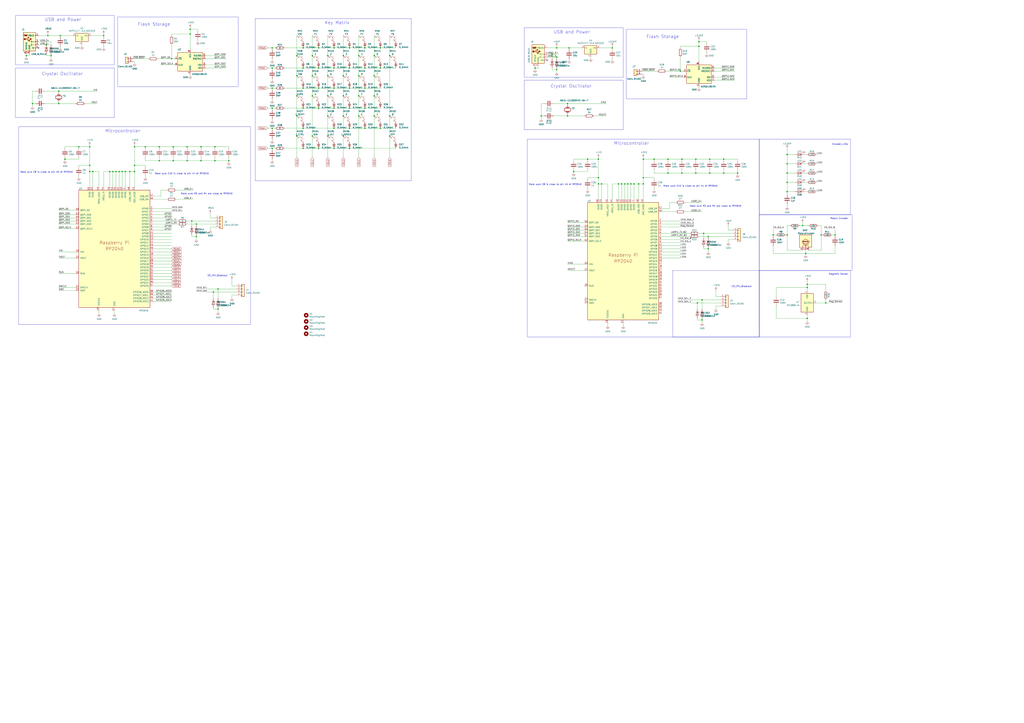
<source format=kicad_sch>
(kicad_sch (version 20230121) (generator eeschema)
  (paper "A1")
  (title_block (title "Forkboard") (date "2023-05-21") (rev "REV1"))
  (junction (at 92.71 140.97))
  (junction (at 281.94 95.25))
  (junction (at 48.26 85.09))
  (junction (at 97.79 140.97))
  (junction (at 312.42 39.37))
  (junction (at 269.24 45.72))
  (junction (at 659.13 185.42))
  (junction (at 223.52 105.41))
  (junction (at 261.62 72.39))
  (junction (at 467.36 39.37))
  (junction (at 53.34 130.81))
  (junction (at 299.72 39.37))
  (junction (at 307.34 62.23))
  (junction (at 678.18 248.92))
  (junction (at 142.24 120.65))
  (junction (at 269.24 78.74))
  (junction (at 274.32 121.92))
  (junction (at 73.66 120.65))
  (junction (at 299.72 88.9))
  (junction (at 76.2 140.97))
  (junction (at 287.02 72.39))
  (junction (at 548.64 142.24))
  (junction (at 39.37 29.21))
  (junction (at 662.94 233.68))
  (junction (at 537.21 130.81))
  (junction (at 261.62 55.88))
  (junction (at 274.32 72.39))
  (junction (at 312.42 55.88))
  (junction (at 513.08 151.13))
  (junction (at 594.36 142.24))
  (junction (at 85.09 29.21))
  (junction (at 26.67 85.09))
  (junction (at 161.29 184.15))
  (junction (at 281.94 45.72))
  (junction (at 248.92 72.39))
  (junction (at 558.8 58.42))
  (junction (at 635 193.04))
  (junction (at 528.32 151.13))
  (junction (at 685.8 193.04))
  (junction (at 243.84 62.23))
  (junction (at 73.66 140.97))
  (junction (at 140.97 48.26))
  (junction (at 110.49 135.89))
  (junction (at 661.67 208.28))
  (junction (at 548.64 130.81))
  (junction (at 95.25 140.97))
  (junction (at 269.24 111.76))
  (junction (at 471.17 140.97))
  (junction (at 248.92 39.37))
  (junction (at 502.92 39.37))
  (junction (at 110.49 140.97))
  (junction (at 674.37 193.04))
  (junction (at 662.94 236.22))
  (junction (at 294.64 78.74))
  (junction (at 491.49 146.05))
  (junction (at 153.67 132.08))
  (junction (at 157.48 181.61))
  (junction (at 269.24 95.25))
  (junction (at 466.09 85.09))
  (junction (at 21.59 45.72))
  (junction (at 646.43 157.48))
  (junction (at 571.5 142.24))
  (junction (at 491.49 130.81))
  (junction (at 130.81 120.65))
  (junction (at 274.32 88.9))
  (junction (at 90.17 140.97))
  (junction (at 560.07 142.24))
  (junction (at 175.26 240.03))
  (junction (at 574.04 34.29))
  (junction (at 307.34 78.74))
  (junction (at 439.42 55.88))
  (junction (at 156.21 24.13))
  (junction (at 482.6 130.81))
  (junction (at 223.52 55.88))
  (junction (at 457.2 39.37))
  (junction (at 307.34 95.25))
  (junction (at 176.53 120.65))
  (junction (at 64.77 120.65))
  (junction (at 153.67 120.65))
  (junction (at 248.92 121.92))
  (junction (at 299.72 55.88))
  (junction (at 248.92 55.88))
  (junction (at 243.84 45.72))
  (junction (at 287.02 88.9))
  (junction (at 73.66 135.89))
  (junction (at 176.53 132.08))
  (junction (at 576.58 262.89))
  (junction (at 187.96 132.08))
  (junction (at 287.02 105.41))
  (junction (at 572.77 248.92))
  (junction (at 287.02 55.88))
  (junction (at 223.52 121.92))
  (junction (at 510.54 151.13))
  (junction (at 38.1 36.83))
  (junction (at 646.43 142.24))
  (junction (at 119.38 120.65))
  (junction (at 605.79 142.24))
  (junction (at 179.07 254))
  (junction (at 299.72 72.39))
  (junction (at 571.5 130.81))
  (junction (at 581.66 194.31))
  (junction (at 41.91 45.72))
  (junction (at 156.21 27.94))
  (junction (at 49.53 29.21))
  (junction (at 594.36 130.81))
  (junction (at 518.16 151.13))
  (junction (at 294.64 45.72))
  (junction (at 281.94 62.23))
  (junction (at 320.04 45.72))
  (junction (at 581.66 204.47))
  (junction (at 524.51 151.13))
  (junction (at 248.92 105.41))
  (junction (at 294.64 95.25))
  (junction (at 307.34 45.72))
  (junction (at 287.02 39.37))
  (junction (at 574.04 38.1))
  (junction (at 102.87 140.97))
  (junction (at 494.03 151.13))
  (junction (at 110.49 120.65))
  (junction (at 646.43 193.04))
  (junction (at 281.94 78.74))
  (junction (at 48.26 74.93))
  (junction (at 261.62 88.9))
  (junction (at 223.52 72.39))
  (junction (at 444.5 95.25))
  (junction (at 274.32 105.41))
  (junction (at 520.7 151.13))
  (junction (at 646.43 149.86))
  (junction (at 646.43 134.62))
  (junction (at 560.07 130.81))
  (junction (at 528.32 146.05))
  (junction (at 582.93 130.81))
  (junction (at 256.54 45.72))
  (junction (at 142.24 132.08))
  (junction (at 165.1 132.08))
  (junction (at 274.32 55.88))
  (junction (at 576.58 246.38))
  (junction (at 256.54 78.74))
  (junction (at 508 151.13))
  (junction (at 528.32 130.81))
  (junction (at 256.54 111.76))
  (junction (at 179.07 237.49))
  (junction (at 165.1 120.65))
  (junction (at 130.81 132.08))
  (junction (at 577.85 191.77))
  (junction (at 294.64 62.23))
  (junction (at 453.39 44.45))
  (junction (at 281.94 111.76))
  (junction (at 299.72 105.41))
  (junction (at 515.62 151.13))
  (junction (at 106.68 140.97))
  (junction (at 491.49 151.13))
  (junction (at 466.09 95.25))
  (junction (at 582.93 142.24))
  (junction (at 457.2 46.99))
  (junction (at 274.32 39.37))
  (junction (at 223.52 88.9))
  (junction (at 320.04 95.25))
  (junction (at 243.84 95.25))
  (junction (at 287.02 121.92))
  (junction (at 223.52 39.37))
  (junction (at 320.04 111.76))
  (junction (at 100.33 140.97))
  (junction (at 269.24 62.23))
  (junction (at 646.43 127))
  (junction (at 457.2 57.15))
  (junction (at 248.92 88.9))
  (junction (at 243.84 78.74))
  (junction (at 243.84 111.76))
  (junction (at 261.62 39.37))
  (junction (at 261.62 121.92))
  (junction (at 161.29 194.31))
  (junction (at 312.42 105.41))
  (junction (at 256.54 62.23))
  (junction (at 662.94 261.62))
  (no_connect (at 31.75 39.37))
  (no_connect (at 449.58 49.53))
  (wire (pts (xy 586.74 55.88) (xy 603.25 55.88)))
  (wire (pts (xy 125.73 222.25) (xy 140.97 222.25)))
  (wire (pts (xy 471.17 139.7) (xy 471.17 140.97)))
  (wire (pts (xy 661.67 205.74) (xy 661.67 208.28)))
  (wire (pts (xy 156.21 22.86) (xy 156.21 24.13)))
  (wire (pts (xy 125.73 173.99) (xy 140.97 173.99)))
  (wire (pts (xy 572.77 248.92) (xy 572.77 254)))
  (wire (pts (xy 520.7 151.13) (xy 520.7 163.83)))
  (wire (pts (xy 261.62 72.39) (xy 274.32 72.39)))
  (wire (pts (xy 447.04 85.09) (xy 444.5 85.09)))
  (wire (pts (xy 73.66 140.97) (xy 73.66 153.67)))
  (wire (pts (xy 594.36 130.81) (xy 605.79 130.81)))
  (wire (pts (xy 480.06 182.88) (xy 466.09 182.88)))
  (wire (pts (xy 491.49 129.54) (xy 491.49 130.81)))
  (wire (pts (xy 90.17 153.67) (xy 90.17 140.97)))
  (wire (pts (xy 444.5 85.09) (xy 444.5 95.25)))
  (wire (pts (xy 102.87 140.97) (xy 102.87 153.67)))
  (wire (pts (xy 588.01 251.46) (xy 591.82 251.46)))
  (wire (pts (xy 287.02 105.41) (xy 299.72 105.41)))
  (wire (pts (xy 125.73 207.01) (xy 140.97 207.01)))
  (wire (pts (xy 53.34 121.92) (xy 53.34 120.65)))
  (wire (pts (xy 543.56 184.15) (xy 558.8 184.15)))
  (wire (pts (xy 269.24 29.21) (xy 269.24 45.72)))
  (wire (pts (xy 48.26 176.53) (xy 62.23 176.53)))
  (wire (pts (xy 528.32 130.81) (xy 537.21 130.81)))
  (wire (pts (xy 274.32 88.9) (xy 287.02 88.9)))
  (wire (pts (xy 130.81 120.65) (xy 142.24 120.65)))
  (wire (pts (xy 156.21 60.96) (xy 156.21 62.23)))
  (wire (pts (xy 571.5 130.81) (xy 582.93 130.81)))
  (wire (pts (xy 48.26 76.2) (xy 48.26 74.93)))
  (wire (pts (xy 567.69 246.38) (xy 576.58 246.38)))
  (wire (pts (xy 125.73 214.63) (xy 140.97 214.63)))
  (wire (pts (xy 560.07 132.08) (xy 560.07 130.81)))
  (wire (pts (xy 190.5 229.87) (xy 190.5 234.95)))
  (wire (pts (xy 41.91 44.45) (xy 41.91 45.72)))
  (wire (pts (xy 274.32 105.41) (xy 287.02 105.41)))
  (wire (pts (xy 48.26 181.61) (xy 62.23 181.61)))
  (wire (pts (xy 466.09 217.17) (xy 480.06 217.17)))
  (wire (pts (xy 580.39 35.56) (xy 580.39 34.29)))
  (wire (pts (xy 528.32 146.05) (xy 537.21 146.05)))
  (wire (pts (xy 491.49 151.13) (xy 491.49 163.83)))
  (wire (pts (xy 299.72 72.39) (xy 312.42 72.39)))
  (wire (pts (xy 574.04 71.12) (xy 574.04 72.39)))
  (wire (pts (xy 662.94 233.68) (xy 662.94 236.22)))
  (wire (pts (xy 281.94 95.25) (xy 281.94 111.76)))
  (wire (pts (xy 598.17 185.42) (xy 598.17 189.23)))
  (wire (pts (xy 274.32 72.39) (xy 287.02 72.39)))
  (wire (pts (xy 156.21 24.13) (xy 156.21 27.94)))
  (wire (pts (xy 674.37 193.04) (xy 675.64 193.04)))
  (wire (pts (xy 482.6 130.81) (xy 491.49 130.81)))
  (wire (pts (xy 223.52 48.26) (xy 223.52 49.53)))
  (wire (pts (xy 168.91 53.34) (xy 185.42 53.34)))
  (wire (pts (xy 457.2 46.99) (xy 457.2 48.26)))
  (wire (pts (xy 165.1 132.08) (xy 153.67 132.08)))
  (wire (pts (xy 125.73 189.23) (xy 140.97 189.23)))
  (wire (pts (xy 140.97 48.26) (xy 143.51 48.26)))
  (wire (pts (xy 274.32 121.92) (xy 287.02 121.92)))
  (wire (pts (xy 571.5 132.08) (xy 571.5 130.81)))
  (wire (pts (xy 110.49 135.89) (xy 110.49 140.97)))
  (wire (pts (xy 467.36 48.26) (xy 467.36 49.53)))
  (wire (pts (xy 125.73 163.83) (xy 137.16 163.83)))
  (wire (pts (xy 62.23 238.76) (xy 48.26 238.76)))
  (wire (pts (xy 48.26 85.09) (xy 62.23 85.09)))
  (wire (pts (xy 660.4 127) (xy 662.94 127)))
  (wire (pts (xy 223.52 105.41) (xy 226.06 105.41)))
  (wire (pts (xy 499.11 163.83) (xy 499.11 151.13)))
  (wire (pts (xy 29.21 85.09) (xy 26.67 85.09)))
  (wire (pts (xy 119.38 129.54) (xy 119.38 132.08)))
  (wire (pts (xy 480.06 198.12) (xy 466.09 198.12)))
  (wire (pts (xy 685.8 208.28) (xy 661.67 208.28)))
  (wire (pts (xy 219.71 88.9) (xy 223.52 88.9)))
  (wire (pts (xy 162.56 25.4) (xy 162.56 24.13)))
  (wire (pts (xy 659.13 205.74) (xy 646.43 205.74)))
  (wire (pts (xy 157.48 181.61) (xy 157.48 185.42)))
  (wire (pts (xy 527.05 60.96) (xy 528.32 60.96)))
  (wire (pts (xy 248.92 55.88) (xy 261.62 55.88)))
  (wire (pts (xy 447.04 95.25) (xy 444.5 95.25)))
  (wire (pts (xy 153.67 132.08) (xy 142.24 132.08)))
  (wire (pts (xy 223.52 39.37) (xy 226.06 39.37)))
  (wire (pts (xy 548.64 132.08) (xy 548.64 130.81)))
  (wire (pts (xy 62.23 187.96) (xy 48.26 187.96)))
  (wire (pts (xy 548.64 139.7) (xy 548.64 142.24)))
  (wire (pts (xy 48.26 74.93) (xy 80.01 74.93)))
  (wire (pts (xy 31.75 34.29) (xy 41.91 34.29)))
  (wire (pts (xy 125.73 209.55) (xy 140.97 209.55)))
  (wire (pts (xy 511.81 265.43) (xy 511.81 267.97)))
  (wire (pts (xy 444.5 95.25) (xy 444.5 97.79)))
  (wire (pts (xy 572.77 262.89) (xy 572.77 261.62)))
  (wire (pts (xy 571.5 139.7) (xy 571.5 142.24)))
  (wire (pts (xy 64.77 120.65) (xy 73.66 120.65)))
  (wire (pts (xy 168.91 55.88) (xy 185.42 55.88)))
  (wire (pts (xy 457.2 38.1) (xy 457.2 39.37)))
  (wire (pts (xy 574.04 194.31) (xy 581.66 194.31)))
  (wire (pts (xy 482.6 154.94) (xy 482.6 156.21)))
  (wire (pts (xy 299.72 55.88) (xy 312.42 55.88)))
  (wire (pts (xy 646.43 134.62) (xy 646.43 142.24)))
  (wire (pts (xy 125.73 179.07) (xy 140.97 179.07)))
  (wire (pts (xy 646.43 142.24) (xy 652.78 142.24)))
  (wire (pts (xy 187.96 132.08) (xy 187.96 133.35)))
  (wire (pts (xy 580.39 43.18) (xy 580.39 44.45)))
  (wire (pts (xy 125.73 194.31) (xy 140.97 194.31)))
  (wire (pts (xy 537.21 154.94) (xy 537.21 156.21)))
  (wire (pts (xy 110.49 120.65) (xy 119.38 120.65)))
  (wire (pts (xy 294.64 29.21) (xy 294.64 45.72)))
  (wire (pts (xy 466.09 86.36) (xy 466.09 85.09)))
  (wire (pts (xy 499.11 151.13) (xy 494.03 151.13)))
  (wire (pts (xy 543.56 204.47) (xy 558.8 204.47)))
  (wire (pts (xy 635 187.96) (xy 635 193.04)))
  (wire (pts (xy 482.6 140.97) (xy 482.6 139.7)))
  (wire (pts (xy 683.26 193.04) (xy 685.8 193.04)))
  (wire (pts (xy 110.49 135.89) (xy 119.38 135.89)))
  (wire (pts (xy 48.26 207.01) (xy 62.23 207.01)))
  (wire (pts (xy 125.73 232.41) (xy 140.97 232.41)))
  (wire (pts (xy 281.94 45.72) (xy 281.94 62.23)))
  (wire (pts (xy 90.17 140.97) (xy 92.71 140.97)))
  (wire (pts (xy 577.85 191.77) (xy 577.85 195.58)))
  (wire (pts (xy 26.67 74.93) (xy 26.67 85.09)))
  (wire (pts (xy 36.83 85.09) (xy 48.26 85.09)))
  (wire (pts (xy 119.38 144.78) (xy 119.38 146.05)))
  (wire (pts (xy 176.53 129.54) (xy 176.53 132.08)))
  (wire (pts (xy 26.67 85.09) (xy 26.67 87.63)))
  (wire (pts (xy 312.42 39.37) (xy 325.12 39.37)))
  (wire (pts (xy 646.43 205.74) (xy 646.43 193.04)))
  (wire (pts (xy 537.21 147.32) (xy 537.21 146.05)))
  (wire (pts (xy 153.67 181.61) (xy 157.48 181.61)))
  (wire (pts (xy 466.09 93.98) (xy 466.09 95.25)))
  (wire (pts (xy 48.26 83.82) (xy 48.26 85.09)))
  (wire (pts (xy 320.04 95.25) (xy 320.04 111.76)))
  (wire (pts (xy 594.36 139.7) (xy 594.36 142.24)))
  (wire (pts (xy 36.83 74.93) (xy 48.26 74.93)))
  (wire (pts (xy 581.66 203.2) (xy 581.66 204.47)))
  (wire (pts (xy 454.66 85.09) (xy 466.09 85.09)))
  (wire (pts (xy 560.07 139.7) (xy 560.07 142.24)))
  (wire (pts (xy 577.85 204.47) (xy 577.85 203.2)))
  (wire (pts (xy 656.59 185.42) (xy 659.13 185.42)))
  (wire (pts (xy 125.73 204.47) (xy 140.97 204.47)))
  (wire (pts (xy 269.24 45.72) (xy 269.24 62.23)))
  (wire (pts (xy 549.91 166.37) (xy 554.99 166.37)))
  (wire (pts (xy 223.52 130.81) (xy 223.52 132.08)))
  (wire (pts (xy 130.81 132.08) (xy 119.38 132.08)))
  (wire (pts (xy 175.26 240.03) (xy 175.26 245.11)))
  (wire (pts (xy 581.66 204.47) (xy 577.85 204.47)))
  (wire (pts (xy 580.39 34.29) (xy 574.04 34.29)))
  (wire (pts (xy 664.21 205.74) (xy 674.37 205.74)))
  (wire (pts (xy 662.94 236.22) (xy 662.94 238.76)))
  (wire (pts (xy 53.34 129.54) (xy 53.34 130.81)))
  (wire (pts (xy 548.64 142.24) (xy 537.21 142.24)))
  (wire (pts (xy 31.75 29.21) (xy 39.37 29.21)))
  (wire (pts (xy 129.54 48.26) (xy 140.97 48.26)))
  (wire (pts (xy 287.02 39.37) (xy 299.72 39.37)))
  (wire (pts (xy 543.56 196.85) (xy 558.8 196.85)))
  (wire (pts (xy 110.49 140.97) (xy 110.49 153.67)))
  (wire (pts (xy 165.1 129.54) (xy 165.1 132.08)))
  (wire (pts (xy 176.53 120.65) (xy 187.96 120.65)))
  (wire (pts (xy 140.97 29.21) (xy 140.97 27.94)))
  (wire (pts (xy 125.73 242.57) (xy 140.97 242.57)))
  (wire (pts (xy 92.71 153.67) (xy 92.71 140.97)))
  (wire (pts (xy 646.43 134.62) (xy 652.78 134.62)))
  (wire (pts (xy 109.22 50.8) (xy 110.49 50.8)))
  (wire (pts (xy 161.29 193.04) (xy 161.29 194.31)))
  (wire (pts (xy 471.17 132.08) (xy 471.17 130.81)))
  (wire (pts (xy 510.54 163.83) (xy 510.54 151.13)))
  (wire (pts (xy 513.08 163.83) (xy 513.08 151.13)))
  (wire (pts (xy 142.24 120.65) (xy 153.67 120.65)))
  (wire (pts (xy 287.02 72.39) (xy 299.72 72.39)))
  (wire (pts (xy 485.14 46.99) (xy 485.14 48.26)))
  (wire (pts (xy 125.73 234.95) (xy 140.97 234.95)))
  (wire (pts (xy 510.54 151.13) (xy 513.08 151.13)))
  (wire (pts (xy 41.91 45.72) (xy 38.1 45.72)))
  (wire (pts (xy 95.25 153.67) (xy 95.25 140.97)))
  (wire (pts (xy 243.84 29.21) (xy 243.84 45.72)))
  (wire (pts (xy 223.52 114.3) (xy 223.52 115.57)))
  (wire (pts (xy 502.92 39.37) (xy 502.92 38.1)))
  (wire (pts (xy 543.56 173.99) (xy 554.99 173.99)))
  (wire (pts (xy 466.09 189.23) (xy 480.06 189.23)))
  (wire (pts (xy 543.56 171.45) (xy 549.91 171.45)))
  (wire (pts (xy 248.92 39.37) (xy 261.62 39.37)))
  (wire (pts (xy 219.71 121.92) (xy 223.52 121.92)))
  (wire (pts (xy 187.96 121.92) (xy 187.96 120.65)))
  (wire (pts (xy 172.72 186.69) (xy 176.53 186.69)))
  (wire (pts (xy 543.56 199.39) (xy 558.8 199.39)))
  (wire (pts (xy 646.43 142.24) (xy 646.43 149.86)))
  (wire (pts (xy 119.38 121.92) (xy 119.38 120.65)))
  (wire (pts (xy 466.09 191.77) (xy 480.06 191.77)))
  (wire (pts (xy 121.92 48.26) (xy 109.22 48.26)))
  (wire (pts (xy 312.42 55.88) (xy 325.12 55.88)))
  (wire (pts (xy 543.56 186.69) (xy 558.8 186.69)))
  (wire (pts (xy 153.67 120.65) (xy 165.1 120.65)))
  (wire (pts (xy 662.94 261.62) (xy 662.94 264.16)))
  (wire (pts (xy 576.58 246.38) (xy 591.82 246.38)))
  (wire (pts (xy 223.52 88.9) (xy 226.06 88.9)))
  (wire (pts (xy 492.76 39.37) (xy 502.92 39.37)))
  (wire (pts (xy 223.52 72.39) (xy 223.52 73.66)))
  (wire (pts (xy 648.97 185.42) (xy 646.43 185.42)))
  (wire (pts (xy 142.24 121.92) (xy 142.24 120.65)))
  (wire (pts (xy 515.62 151.13) (xy 518.16 151.13)))
  (wire (pts (xy 41.91 36.83) (xy 41.91 34.29)))
  (wire (pts (xy 24.13 44.45) (xy 24.13 45.72)))
  (wire (pts (xy 567.69 248.92) (xy 572.77 248.92)))
  (wire (pts (xy 233.68 72.39) (xy 248.92 72.39)))
  (wire (pts (xy 646.43 167.64) (xy 646.43 170.18)))
  (wire (pts (xy 219.71 105.41) (xy 223.52 105.41)))
  (wire (pts (xy 49.53 30.48) (xy 49.53 29.21)))
  (wire (pts (xy 223.52 97.79) (xy 223.52 99.06)))
  (wire (pts (xy 125.73 247.65) (xy 140.97 247.65)))
  (wire (pts (xy 294.64 45.72) (xy 294.64 62.23)))
  (wire (pts (xy 543.56 209.55) (xy 558.8 209.55)))
  (wire (pts (xy 471.17 130.81) (xy 482.6 130.81)))
  (wire (pts (xy 637.54 261.62) (xy 662.94 261.62)))
  (wire (pts (xy 219.71 55.88) (xy 223.52 55.88)))
  (wire (pts (xy 157.48 181.61) (xy 176.53 181.61)))
  (wire (pts (xy 261.62 55.88) (xy 274.32 55.88)))
  (wire (pts (xy 528.32 146.05) (xy 528.32 151.13)))
  (wire (pts (xy 466.09 194.31) (xy 480.06 194.31)))
  (wire (pts (xy 49.53 38.1) (xy 49.53 39.37)))
  (wire (pts (xy 598.17 199.39) (xy 598.17 196.85)))
  (wire (pts (xy 294.64 95.25) (xy 294.64 129.54)))
  (wire (pts (xy 64.77 121.92) (xy 64.77 120.65)))
  (wire (pts (xy 41.91 45.72) (xy 41.91 48.26)))
  (wire (pts (xy 659.13 185.42) (xy 664.21 185.42)))
  (wire (pts (xy 558.8 39.37) (xy 558.8 38.1)))
  (wire (pts (xy 179.07 237.49) (xy 194.31 237.49)))
  (wire (pts (xy 132.08 53.34) (xy 143.51 53.34)))
  (wire (pts (xy 256.54 45.72) (xy 256.54 62.23)))
  (wire (pts (xy 508 151.13) (xy 510.54 151.13)))
  (wire (pts (xy 299.72 105.41) (xy 312.42 105.41)))
  (wire (pts (xy 685.8 194.31) (xy 685.8 193.04)))
  (wire (pts (xy 85.09 29.21) (xy 85.09 27.94)))
  (wire (pts (xy 307.34 62.23) (xy 307.34 78.74)))
  (wire (pts (xy 223.52 55.88) (xy 223.52 57.15)))
  (wire (pts (xy 165.1 121.92) (xy 165.1 120.65)))
  (wire (pts (xy 457.2 39.37) (xy 467.36 39.37)))
  (wire (pts (xy 168.91 48.26) (xy 185.42 48.26)))
  (wire (pts (xy 582.93 139.7) (xy 582.93 142.24)))
  (wire (pts (xy 467.36 40.64) (xy 467.36 39.37)))
  (wire (pts (xy 125.73 161.29) (xy 132.08 161.29)))
  (wire (pts (xy 132.08 156.21) (xy 132.08 161.29)))
  (wire (pts (xy 175.26 240.03) (xy 194.31 240.03)))
  (wire (pts (xy 320.04 45.72) (xy 320.04 95.25)))
  (wire (pts (xy 81.28 255.27) (xy 81.28 257.81)))
  (wire (pts (xy 441.96 55.88) (xy 439.42 55.88)))
  (wire (pts (xy 646.43 185.42) (xy 646.43 193.04)))
  (wire (pts (xy 594.36 132.08) (xy 594.36 130.81)))
  (wire (pts (xy 528.32 129.54) (xy 528.32 130.81)))
  (wire (pts (xy 144.78 156.21) (xy 158.75 156.21)))
  (wire (pts (xy 548.64 130.81) (xy 560.07 130.81)))
  (wire (pts (xy 125.73 184.15) (xy 146.05 184.15)))
  (wire (pts (xy 110.49 50.8) (xy 110.49 52.07)))
  (wire (pts (xy 248.92 105.41) (xy 274.32 105.41)))
  (wire (pts (xy 130.81 129.54) (xy 130.81 132.08)))
  (wire (pts (xy 518.16 163.83) (xy 518.16 151.13)))
  (wire (pts (xy 586.74 63.5) (xy 603.25 63.5)))
  (wire (pts (xy 85.09 140.97) (xy 90.17 140.97)))
  (wire (pts (xy 576.58 261.62) (xy 576.58 262.89)))
  (wire (pts (xy 85.09 153.67) (xy 85.09 140.97)))
  (wire (pts (xy 582.93 132.08) (xy 582.93 130.81)))
  (wire (pts (xy 64.77 135.89) (xy 73.66 135.89)))
  (wire (pts (xy 601.98 189.23) (xy 598.17 189.23)))
  (wire (pts (xy 223.52 105.41) (xy 223.52 106.68)))
  (wire (pts (xy 562.61 173.99) (xy 576.58 173.99)))
  (wire (pts (xy 482.6 146.05) (xy 491.49 146.05)))
  (wire (pts (xy 576.58 246.38) (xy 576.58 254)))
  (wire (pts (xy 646.43 121.92) (xy 646.43 127)))
  (wire (pts (xy 153.67 129.54) (xy 153.67 132.08)))
  (wire (pts (xy 176.53 132.08) (xy 187.96 132.08)))
  (wire (pts (xy 491.49 130.81) (xy 491.49 146.05)))
  (wire (pts (xy 605.79 132.08) (xy 605.79 130.81)))
  (wire (pts (xy 678.18 248.92) (xy 680.72 248.92)))
  (wire (pts (xy 76.2 153.67) (xy 76.2 140.97)))
  (wire (pts (xy 449.58 39.37) (xy 457.2 39.37)))
  (wire (pts (xy 233.68 105.41) (xy 248.92 105.41)))
  (wire (pts (xy 528.32 151.13) (xy 528.32 163.83)))
  (wire (pts (xy 73.66 120.65) (xy 73.66 135.89)))
  (wire (pts (xy 635 194.31) (xy 635 193.04)))
  (wire (pts (xy 582.93 142.24) (xy 571.5 142.24)))
  (wire (pts (xy 153.67 184.15) (xy 161.29 184.15)))
  (wire (pts (xy 471.17 140.97) (xy 471.17 142.24)))
  (wire (pts (xy 119.38 120.65) (xy 130.81 120.65)))
  (wire (pts (xy 494.03 163.83) (xy 494.03 151.13)))
  (wire (pts (xy 125.73 191.77) (xy 140.97 191.77)))
  (wire (pts (xy 528.32 130.81) (xy 528.32 146.05)))
  (wire (pts (xy 223.52 72.39) (xy 226.06 72.39)))
  (wire (pts (xy 248.92 88.9) (xy 261.62 88.9)))
  (wire (pts (xy 515.62 163.83) (xy 515.62 151.13)))
  (wire (pts (xy 685.8 201.93) (xy 685.8 208.28)))
  (wire (pts (xy 560.07 130.81) (xy 571.5 130.81)))
  (wire (pts (xy 102.87 140.97) (xy 106.68 140.97)))
  (wire (pts (xy 64.77 130.81) (xy 64.77 129.54)))
  (wire (pts (xy 646.43 157.48) (xy 646.43 160.02)))
  (wire (pts (xy 53.34 130.81) (xy 53.34 132.08)))
  (wire (pts (xy 248.92 121.92) (xy 261.62 121.92)))
  (wire (pts (xy 502.92 48.26) (xy 502.92 49.53)))
  (wire (pts (xy 24.13 45.72) (xy 21.59 45.72)))
  (wire (pts (xy 110.49 119.38) (xy 110.49 120.65)))
  (wire (pts (xy 243.84 78.74) (xy 243.84 95.25)))
  (wire (pts (xy 153.67 121.92) (xy 153.67 120.65)))
  (wire (pts (xy 261.62 121.92) (xy 274.32 121.92)))
  (wire (pts (xy 307.34 29.21) (xy 307.34 45.72)))
  (wire (pts (xy 256.54 29.21) (xy 256.54 45.72)))
  (wire (pts (xy 85.09 38.1) (xy 85.09 39.37)))
  (wire (pts (xy 274.32 55.88) (xy 287.02 55.88)))
  (wire (pts (xy 537.21 130.81) (xy 548.64 130.81)))
  (wire (pts (xy 125.73 217.17) (xy 140.97 217.17)))
  (wire (pts (xy 281.94 78.74) (xy 281.94 95.25)))
  (wire (pts (xy 223.52 88.9) (xy 223.52 90.17)))
  (wire (pts (xy 281.94 111.76) (xy 281.94 129.54)))
  (wire (pts (xy 598.17 196.85) (xy 601.98 196.85)))
  (wire (pts (xy 125.73 227.33) (xy 140.97 227.33)))
  (wire (pts (xy 243.84 62.23) (xy 243.84 78.74)))
  (wire (pts (xy 125.73 196.85) (xy 140.97 196.85)))
  (wire (pts (xy 449.58 44.45) (xy 453.39 44.45)))
  (wire (pts (xy 662.94 261.62) (xy 662.94 259.08)))
  (wire (pts (xy 482.6 147.32) (xy 482.6 146.05)))
  (wire (pts (xy 274.32 39.37) (xy 287.02 39.37)))
  (wire (pts (xy 132.08 156.21) (xy 137.16 156.21)))
  (wire (pts (xy 219.71 72.39) (xy 223.52 72.39)))
  (wire (pts (xy 307.34 95.25) (xy 307.34 129.54)))
  (wire (pts (xy 571.5 142.24) (xy 560.07 142.24)))
  (wire (pts (xy 518.16 151.13) (xy 520.7 151.13)))
  (wire (pts (xy 594.36 142.24) (xy 582.93 142.24)))
  (wire (pts (xy 261.62 88.9) (xy 274.32 88.9)))
  (wire (pts (xy 168.91 45.72) (xy 185.42 45.72)))
  (wire (pts (xy 97.79 140.97) (xy 100.33 140.97)))
  (wire (pts (xy 646.43 149.86) (xy 652.78 149.86)))
  (wire (pts (xy 125.73 240.03) (xy 140.97 240.03)))
  (wire (pts (xy 549.91 166.37) (xy 549.91 171.45)))
  (wire (pts (xy 69.85 85.09) (xy 80.01 85.09)))
  (wire (pts (xy 457.2 57.15) (xy 453.39 57.15)))
  (wire (pts (xy 243.84 95.25) (xy 243.84 111.76)))
  (wire (pts (xy 29.21 74.93) (xy 26.67 74.93)))
  (wire (pts (xy 457.2 46.99) (xy 458.47 46.99)))
  (wire (pts (xy 582.93 130.81) (xy 594.36 130.81)))
  (wire (pts (xy 294.64 62.23) (xy 294.64 78.74)))
  (wire (pts (xy 106.68 153.67) (xy 106.68 140.97)))
  (wire (pts (xy 537.21 139.7) (xy 537.21 142.24)))
  (wire (pts (xy 287.02 55.88) (xy 299.72 55.88)))
  (wire (pts (xy 162.56 24.13) (xy 156.21 24.13)))
  (wire (pts (xy 219.71 39.37) (xy 223.52 39.37)))
  (wire (pts (xy 125.73 224.79) (xy 140.97 224.79)))
  (wire (pts (xy 574.04 33.02) (xy 574.04 34.29)))
  (wire (pts (xy 588.01 254) (xy 588.01 251.46)))
  (wire (pts (xy 576.58 262.89) (xy 576.58 265.43)))
  (wire (pts (xy 62.23 236.22) (xy 48.26 236.22)))
  (wire (pts (xy 142.24 129.54) (xy 142.24 132.08)))
  (wire (pts (xy 21.59 45.72) (xy 21.59 46.99)))
  (wire (pts (xy 312.42 105.41) (xy 325.12 105.41)))
  (wire (pts (xy 223.52 121.92) (xy 226.06 121.92)))
  (wire (pts (xy 140.97 27.94) (xy 156.21 27.94)))
  (wire (pts (xy 524.51 151.13) (xy 528.32 151.13)))
  (wire (pts (xy 660.4 134.62) (xy 662.94 134.62)))
  (wire (pts (xy 659.13 182.88) (xy 659.13 185.42)))
  (wire (pts (xy 646.43 149.86) (xy 646.43 157.48)))
  (wire (pts (xy 513.08 151.13) (xy 515.62 151.13)))
  (wire (pts (xy 269.24 95.25) (xy 269.24 111.76)))
  (wire (pts (xy 223.52 64.77) (xy 223.52 66.04)))
  (wire (pts (xy 558.8 46.99) (xy 558.8 58.42)))
  (wire (pts (xy 73.66 135.89) (xy 73.66 140.97)))
  (wire (pts (xy 466.09 186.69) (xy 480.06 186.69)))
  (wire (pts (xy 449.58 46.99) (xy 457.2 46.99)))
  (wire (pts (xy 74.93 29.21) (xy 85.09 29.21)))
  (wire (pts (xy 678.18 248.92) (xy 678.18 246.38)))
  (wire (pts (xy 574.04 34.29) (xy 574.04 38.1)))
  (wire (pts (xy 539.75 58.42) (xy 527.05 58.42)))
  (wire (pts (xy 76.2 140.97) (xy 73.66 140.97)))
  (wire (pts (xy 594.36 142.24) (xy 605.79 142.24)))
  (wire (pts (xy 125.73 199.39) (xy 140.97 199.39)))
  (wire (pts (xy 320.04 111.76) (xy 320.04 129.54)))
  (wire (pts (xy 674.37 185.42) (xy 674.37 193.04)))
  (wire (pts (xy 287.02 121.92) (xy 325.12 121.92)))
  (wire (pts (xy 581.66 194.31) (xy 601.98 194.31)))
  (wire (pts (xy 125.73 212.09) (xy 140.97 212.09)))
  (wire (pts (xy 176.53 179.07) (xy 172.72 179.07)))
  (wire (pts (xy 457.2 55.88) (xy 457.2 57.15)))
  (wire (pts (xy 482.6 132.08) (xy 482.6 130.81)))
  (wire (pts (xy 170.18 237.49) (xy 179.07 237.49)))
  (wire (pts (xy 85.09 30.48) (xy 85.09 29.21)))
  (wire (pts (xy 646.43 127) (xy 646.43 134.62)))
  (wire (pts (xy 233.68 39.37) (xy 248.92 39.37)))
  (wire (pts (xy 223.52 121.92) (xy 223.52 123.19)))
  (wire (pts (xy 678.18 233.68) (xy 662.94 233.68)))
  (wire (pts (xy 543.56 207.01) (xy 558.8 207.01)))
  (wire (pts (xy 81.28 140.97) (xy 76.2 140.97)))
  (wire (pts (xy 125.73 201.93) (xy 140.97 201.93)))
  (wire (pts (xy 31.75 36.83) (xy 38.1 36.83)))
  (wire (pts (xy 558.8 38.1) (xy 574.04 38.1)))
  (wire (pts (xy 179.07 254) (xy 179.07 256.54)))
  (wire (pts (xy 190.5 242.57) (xy 194.31 242.57)))
  (wire (pts (xy 543.56 181.61) (xy 558.8 181.61)))
  (wire (pts (xy 21.59 44.45) (xy 21.59 45.72)))
  (wire (pts (xy 646.43 157.48) (xy 652.78 157.48)))
  (wire (pts (xy 453.39 44.45) (xy 453.39 48.26)))
  (wire (pts (xy 466.09 95.25) (xy 480.06 95.25)))
  (wire (pts (xy 125.73 245.11) (xy 140.97 245.11)))
  (wire (pts (xy 287.02 88.9) (xy 299.72 88.9)))
  (wire (pts (xy 439.42 54.61) (xy 439.42 55.88)))
  (wire (pts (xy 307.34 78.74) (xy 307.34 95.25)))
  (wire (pts (xy 125.73 171.45) (xy 140.97 171.45)))
  (wire (pts (xy 93.98 255.27) (xy 93.98 257.81)))
  (wire (pts (xy 635 208.28) (xy 661.67 208.28)))
  (wire (pts (xy 125.73 219.71) (xy 140.97 219.71)))
  (wire (pts (xy 572.77 248.92) (xy 591.82 248.92)))
  (wire (pts (xy 576.58 262.89) (xy 572.77 262.89)))
  (wire (pts (xy 660.4 149.86) (xy 662.94 149.86)))
  (wire (pts (xy 187.96 129.54) (xy 187.96 132.08)))
  (wire (pts (xy 299.72 88.9) (xy 312.42 88.9)))
  (wire (pts (xy 161.29 184.15) (xy 161.29 185.42)))
  (wire (pts (xy 243.84 111.76) (xy 243.84 129.54)))
  (wire (pts (xy 635 201.93) (xy 635 208.28)))
  (wire (pts (xy 243.84 45.72) (xy 243.84 62.23)))
  (wire (pts (xy 176.53 132.08) (xy 165.1 132.08)))
  (wire (pts (xy 588.01 238.76) (xy 588.01 243.84)))
  (wire (pts (xy 161.29 194.31) (xy 161.29 196.85)))
  (wire (pts (xy 157.48 194.31) (xy 157.48 193.04)))
  (wire (pts (xy 502.92 163.83) (xy 502.92 151.13)))
  (wire (pts (xy 537.21 132.08) (xy 537.21 130.81)))
  (wire (pts (xy 162.56 33.02) (xy 162.56 34.29)))
  (wire (pts (xy 256.54 62.23) (xy 256.54 78.74)))
  (wire (pts (xy 685.8 187.96) (xy 685.8 193.04)))
  (wire (pts (xy 106.68 140.97) (xy 110.49 140.97)))
  (wire (pts (xy 233.68 55.88) (xy 248.92 55.88)))
  (wire (pts (xy 466.09 85.09) (xy 497.84 85.09)))
  (wire (pts (xy 92.71 140.97) (xy 95.25 140.97)))
  (wire (pts (xy 577.85 191.77) (xy 601.98 191.77)))
  (wire (pts (xy 581.66 204.47) (xy 581.66 207.01)))
  (wire (pts (xy 144.78 163.83) (xy 158.75 163.83)))
  (wire (pts (xy 543.56 212.09) (xy 558.8 212.09)))
  (wire (pts (xy 223.52 81.28) (xy 223.52 82.55)))
  (wire (pts (xy 487.68 95.25) (xy 497.84 95.25)))
  (wire (pts (xy 547.37 58.42) (xy 558.8 58.42)))
  (wire (pts (xy 110.49 120.65) (xy 110.49 135.89)))
  (wire (pts (xy 62.23 224.79) (xy 48.26 224.79)))
  (wire (pts (xy 194.31 234.95) (xy 190.5 234.95)))
  (wire (pts (xy 59.69 29.21) (xy 49.53 29.21)))
  (wire (pts (xy 307.34 45.72) (xy 307.34 62.23)))
  (wire (pts (xy 190.5 245.11) (xy 190.5 242.57)))
  (wire (pts (xy 549.91 63.5) (xy 561.34 63.5)))
  (wire (pts (xy 53.34 130.81) (xy 64.77 130.81)))
  (wire (pts (xy 543.56 194.31) (xy 566.42 194.31)))
  (wire (pts (xy 179.07 254) (xy 175.26 254)))
  (wire (pts (xy 574.04 38.1) (xy 574.04 50.8)))
  (wire (pts (xy 62.23 212.09) (xy 48.26 212.09)))
  (wire (pts (xy 256.54 111.76) (xy 256.54 129.54)))
  (wire (pts (xy 64.77 137.16) (xy 64.77 135.89)))
  (wire (pts (xy 320.04 29.21) (xy 320.04 45.72)))
  (wire (pts (xy 591.82 243.84) (xy 588.01 243.84)))
  (wire (pts (xy 179.07 252.73) (xy 179.07 254)))
  (wire (pts (xy 100.33 140.97) (xy 102.87 140.97)))
  (wire (pts (xy 248.92 72.39) (xy 261.62 72.39)))
  (wire (pts (xy 646.43 193.04) (xy 645.16 193.04)))
  (wire (pts (xy 97.79 153.67) (xy 97.79 140.97)))
  (wire (pts (xy 661.67 208.28) (xy 661.67 209.55)))
  (wire (pts (xy 586.74 66.04) (xy 603.25 66.04)))
  (wire (pts (xy 299.72 39.37) (xy 312.42 39.37)))
  (wire (pts (xy 453.39 44.45) (xy 458.47 44.45)))
  (wire (pts (xy 520.7 151.13) (xy 524.51 151.13)))
  (wire (pts (xy 494.03 151.13) (xy 491.49 151.13)))
  (wire (pts (xy 269.24 62.23) (xy 269.24 78.74)))
  (wire (pts (xy 491.49 146.05) (xy 491.49 151.13)))
  (wire (pts (xy 100.33 153.67) (xy 100.33 140.97)))
  (wire (pts (xy 670.56 248.92) (xy 678.18 248.92)))
  (wire (pts (xy 223.52 55.88) (xy 226.06 55.88)))
  (wire (pts (xy 605.79 139.7) (xy 605.79 142.24)))
  (wire (pts (xy 170.18 240.03) (xy 175.26 240.03)))
  (wire (pts (xy 477.52 39.37) (xy 467.36 39.37)))
  (wire (pts (xy 605.79 142.24) (xy 605.79 143.51)))
  (wire (pts (xy 674.37 193.04) (xy 674.37 205.74)))
  (wire (pts (xy 125.73 186.69) (xy 140.97 186.69)))
  (wire (pts (xy 502.92 40.64) (xy 502.92 39.37)))
  (wire (pts (xy 175.26 254) (xy 175.26 252.73)))
  (wire (pts (xy 261.62 39.37) (xy 274.32 39.37)))
  (wire (pts (xy 281.94 62.23) (xy 281.94 78.74)))
  (wire (pts (xy 156.21 27.94) (xy 156.21 40.64)))
  (wire (pts (xy 574.04 191.77) (xy 577.85 191.77)))
  (wire (pts (xy 581.66 194.31) (xy 581.66 195.58)))
  (wire (pts (xy 294.64 78.74) (xy 294.64 95.25)))
  (wire (pts (xy 269.24 111.76) (xy 269.24 129.54)))
  (wire (pts (xy 660.4 157.48) (xy 662.94 157.48)))
  (wire (pts (xy 179.07 237.49) (xy 179.07 245.11)))
  (wire (pts (xy 130.81 121.92) (xy 130.81 120.65)))
  (wire (pts (xy 161.29 194.31) (xy 157.48 194.31)))
  (wire (pts (xy 125.73 176.53) (xy 140.97 176.53)))
  (wire (pts (xy 39.37 29.21) (xy 49.53 29.21)))
  (wire (pts (xy 635 193.04) (xy 637.54 193.04)))
  (wire (pts (xy 38.1 36.83) (xy 40.64 36.83)))
  (wire (pts (xy 471.17 140.97) (xy 482.6 140.97)))
  (wire (pts (xy 223.52 39.37) (xy 223.52 40.64)))
  (wire (pts (xy 176.53 121.92) (xy 176.53 120.65)))
  (wire (pts (xy 269.24 78.74) (xy 269.24 95.25)))
  (wire (pts (xy 678.18 238.76) (xy 678.18 233.68)))
  (wire (pts (xy 140.97 36.83) (xy 140.97 48.26)))
  (wire (pts (xy 453.39 57.15) (xy 453.39 55.88)))
  (wire (pts (xy 53.34 120.65) (xy 64.77 120.65)))
  (wire (pts (xy 439.42 55.88) (xy 439.42 57.15)))
  (wire (pts (xy 637.54 251.46) (xy 637.54 261.62)))
  (wire (pts (xy 233.68 121.92) (xy 248.92 121.92)))
  (wire (pts (xy 508 163.83) (xy 508 151.13)))
  (wire (pts (xy 454.66 95.25) (xy 466.09 95.25)))
  (wire (pts (xy 48.26 184.15) (xy 62.23 184.15)))
  (wire (pts (xy 543.56 191.77) (xy 566.42 191.77)))
  (wire (pts (xy 172.72 189.23) (xy 172.72 186.69)))
  (wire (pts (xy 558.8 58.42) (xy 561.34 58.42)))
  (wire (pts (xy 48.26 179.07) (xy 62.23 179.07)))
  (wire (pts (xy 39.37 27.94) (xy 39.37 29.21)))
  (wire (pts (xy 281.94 29.21) (xy 281.94 45.72)))
  (wire (pts (xy 637.54 236.22) (xy 662.94 236.22)))
  (wire (pts (xy 125.73 181.61) (xy 146.05 181.61)))
  (wire (pts (xy 480.06 222.25) (xy 466.09 222.25)))
  (wire (pts (xy 671.83 185.42) (xy 674.37 185.42)))
  (wire (pts (xy 67.31 36.83) (xy 67.31 38.1)))
  (wire (pts (xy 165.1 120.65) (xy 176.53 120.65)))
  (wire (pts (xy 528.32 60.96) (xy 528.32 62.23)))
  (wire (pts (xy 73.66 119.38) (xy 73.66 120.65)))
  (wire (pts (xy 662.94 233.68) (xy 662.94 231.14)))
  (wire (pts (xy 457.2 57.15) (xy 457.2 59.69)))
  (wire (pts (xy 524.51 163.83) (xy 524.51 151.13)))
  (wire (pts (xy 562.61 166.37) (xy 576.58 166.37)))
  (wire (pts (xy 586.74 58.42) (xy 603.25 58.42)))
  (wire (pts (xy 38.1 45.72) (xy 38.1 44.45)))
  (wire (pts (xy 499.11 265.43) (xy 499.11 267.97)))
  (wire (pts (xy 119.38 137.16) (xy 119.38 135.89)))
  (wire (pts (xy 660.4 142.24) (xy 662.94 142.24)))
  (wire (pts (xy 441.96 54.61) (xy 441.96 55.88)))
  (wire (pts (xy 62.23 172.72) (xy 48.26 172.72)))
  (wire (pts (xy 161.29 184.15) (xy 176.53 184.15)))
  (wire (pts (xy 95.25 140.97) (xy 97.79 140.97)))
  (wire (pts (xy 652.78 127) (xy 646.43 127)))
  (wire (pts (xy 256.54 78.74) (xy 256.54 111.76)))
  (wire (pts (xy 64.77 144.78) (xy 64.77 146.05)))
  (wire (pts (xy 560.07 142.24) (xy 548.64 142.24)))
  (wire (pts (xy 142.24 132.08) (xy 130.81 132.08)))
  (wire (pts (xy 502.92 151.13) (xy 508 151.13)))
  (wire (pts (xy 637.54 243.84) (xy 637.54 236.22)))
  (wire (pts (xy 543.56 201.93) (xy 558.8 201.93)))
  (wire (pts (xy 125.73 229.87) (xy 140.97 229.87)))
  (wire (pts (xy 233.68 88.9) (xy 248.92 88.9)))
  (wire (pts (xy 81.28 153.67) (xy 81.28 140.97)))
  (wire (pts (xy 172.72 175.26) (xy 172.72 179.07)))
  (rectangle (start 12.7 12.7) (end 93.98 53.34))
  (rectangle (start 96.52 13.97) (end 195.58 71.12))
  (rectangle (start 209.55 15.24) (end 337.82 148.59))
  (rectangle (start 430.53 66.04) (end 511.81 106.68))
  (rectangle (start 430.53 22.86) (end 511.81 63.5))
  (rectangle (start 514.35 24.13) (end 613.41 81.28))
  (rectangle (start 433.07 114.3) (end 623.57 276.86))
  (rectangle (start 15.24 104.14) (end 205.74 266.7))
  (rectangle (start 623.57 114.3) (end 698.5 176.53))
  (rectangle (start 552.45 222.25) (end 623.57 276.86))
  (rectangle (start 623.57 176.53) (end 699.77 222.25))
  (rectangle (start 12.7 55.88) (end 93.98 96.52))
  (rectangle (start 623.57 222.25) (end 698.5 276.86))
  (text "Make sure R3 and R4 are close to RP2040" (at 566.42 170.18 0) (effects (font (size 1.27 1.27)) (justify left bottom)))
  (text "Crystal Oscillator" (at 34.29 62.23 0) (effects (font (size 2.54 2.54)) (justify left bottom)))
  (text "Flash Storage" (at 530.86 31.75 0) (effects (font (size 2.54 2.54)) (justify left bottom)))
  (text "USB and Power" (at 36.83 17.78 0) (effects (font (size 2.54 2.54)) (justify left bottom)))
  (text "Flash Storage" (at 113.03 21.59 0) (effects (font (size 2.54 2.54)) (justify left bottom)))
  (text "Make sure C8 is close to pin 45 of RP2040" (at 16.51 142.24 0) (effects (font (size 1.27 1.27)) (justify left bottom)))
  (text "Make sure C10 is close to pin 44 of RP2040" (at 127 143.51 0) (effects (font (size 1.27 1.27)) (justify left bottom)))
  (text "Encoder_LEDs\n" (at 683.26 119.38 0) (effects (font (size 1.27 1.27)) (justify left bottom)))
  (text "I2C_Pin_Breakout\n" (at 170.18 227.33 0) (effects (font (size 1.27 1.27)) (justify left bottom)))
  (text "Microcontroller" (at 86.36 109.22 0) (effects (font (size 2.54 2.54)) (justify left bottom)))
  (text "I2C_Pin_Breakout\n" (at 600.71 236.22 0) (effects (font (size 1.27 1.27)) (justify left bottom)))
  (text "Crystal Oscillator" (at 452.12 72.39 0) (effects (font (size 2.54 2.54)) (justify left bottom)))
  (text "Make sure C8 is close to pin 45 of RP2040" (at 434.34 152.4 0) (effects (font (size 1.27 1.27)) (justify left bottom)))
  (text "Make sure R3 and R4 are close to RP2040" (at 148.59 160.02 0) (effects (font (size 1.27 1.27)) (justify left bottom)))
  (text "Key Matrix" (at 266.7 20.32 0) (effects (font (size 2.54 2.54)) (justify left bottom)))
  (text "Rotary Encoder\n" (at 681.99 180.34 0) (effects (font (size 1.27 1.27)) (justify left bottom)))
  (text "Magnetic Sensor\n" (at 680.72 226.06 0) (effects (font (size 1.27 1.27)) (justify left bottom)))
  (text "Make sure C10 is close to pin 44 of RP2040" (at 544.83 153.67 0) (effects (font (size 1.27 1.27)) (justify left bottom)))
  (text "USB and Power" (at 454.66 27.94 0) (effects (font (size 2.54 2.54)) (justify left bottom)))
  (text "Microcontroller" (at 504.19 119.38 0) (effects (font (size 2.54 2.54)) (justify left bottom)))
  (label "XOUT" (at 48.26 212.09 0))
  (label "I2C0_SCL" (at 140.97 173.99 0))
  (label "QSPI_SD1" (at 48.26 179.07 0))
  (label "LED5" (at 670.56 157.48 0))
  (label "LED1" (at 670.56 127 0))
  (label "LED3" (at 558.8 207.01 0))
  (label "SWCLK" (at 48.26 236.22 0))
  (label "QSPI2_SD0" (at 466.09 186.69 0))
  (label "LED2" (at 670.56 134.62 0))
  (label "LED1" (at 558.8 201.93 0))
  (label "QSPI_SD2" (at 48.26 181.61 0))
  (label "XIN2" (at 497.84 85.09 180))
  (label "GPIO7" (at 140.97 189.23 180))
  (label "QSPI_SCLK" (at 48.26 187.96 0))
  (label "QSPI_SD0" (at 48.26 176.53 0))
  (label "QSPI2_SS" (at 466.09 182.88 0))
  (label "LED2" (at 558.8 204.47 0))
  (label "QSPI_SD3" (at 48.26 184.15 0))
  (label "QSPI_SS" (at 48.26 172.72 0))
  (label "LED5" (at 558.8 212.09 0))
  (label "I2C0_SDA" (at 170.18 240.03 180))
  (label "QSPI2_SD3" (at 603.25 66.04 180))
  (label "I2C0_SCL" (at 170.18 237.49 180))
  (label "QSPI2_SS" (at 549.91 58.42 0))
  (label "QSPI2_SD2" (at 603.25 63.5 180))
  (label "I2C0_SDA_2" (at 567.69 248.92 180))
  (label "QSPI2_SD2" (at 466.09 191.77 0))
  (label "QSPI_SD0" (at 185.42 45.72 180))
  (label "GPIO29_ADC3" (at 140.97 247.65 180))
  (label "QSPI2_SD0" (at 603.25 55.88 180))
  (label "I2C0_SCL_2" (at 558.8 184.15 0))
  (label "QSPI2_SCLK" (at 466.09 198.12 0))
  (label "~{Mag_Sensor}" (at 680.72 248.92 0))
  (label "GPIO27_ADC1" (at 140.97 242.57 180))
  (label "XOUT2" (at 466.09 222.25 0))
  (label "GPIO26_ADC0" (at 140.97 240.03 180))
  (label "EN_SIG_B" (at 685.8 187.96 180))
  (label "QSPI_SS" (at 132.08 48.26 0))
  (label "XIN2" (at 466.09 217.17 0))
  (label "USB2_D+" (at 458.47 44.45 180))
  (label "GPIO6" (at 140.97 186.69 180))
  (label "EN_SIG_B" (at 558.8 196.85 0))
  (label "EN_SIG_A" (at 635 187.96 0))
  (label "QSPI_SD3" (at 185.42 55.88 180))
  (label "XOUT" (at 80.01 85.09 180))
  (label "USB_D-" (at 40.64 36.83 180))
  (label "~{USB_BOOT}" (at 109.22 48.26 0))
  (label "GPIO28_ADC2" (at 140.97 245.11 180))
  (label "UART1_TX" (at 135.89 181.61 0))
  (label "LED3" (at 670.56 142.24 0))
  (label "USB_D-" (at 158.75 163.83 180))
  (label "QSPI_SCLK" (at 132.08 53.34 0))
  (label "SWD" (at 48.26 238.76 0))
  (label "~{Mag_Sensor}" (at 558.8 186.69 0))
  (label "UART1_TX_B2" (at 551.18 191.77 0))
  (label "QSPI2_SCLK" (at 549.91 63.5 0))
  (label "XOUT2" (at 497.84 95.25 180))
  (label "GPIO2" (at 140.97 176.53 180))
  (label "LED4" (at 670.56 149.86 0))
  (label "QSPI_SD2" (at 185.42 53.34 180))
  (label "USB2_D-" (at 576.58 173.99 180))
  (label "USB_D+" (at 158.75 156.21 180))
  (label "QSPI2_SD3" (at 466.09 194.31 0))
  (label "UART1_RX_B2" (at 551.18 194.31 0))
  (label "I2C0_SDA" (at 140.97 171.45 0))
  (label "~{USB2_BOOT}" (at 527.05 58.42 0))
  (label "GPIO3" (at 140.97 179.07 180))
  (label "I2C0_SCL_2" (at 567.69 246.38 180))
  (label "LED4" (at 558.8 209.55 0))
  (label "UART1_RX" (at 135.89 184.15 0))
  (label "USB_D+" (at 40.64 34.29 180))
  (label "EN_SIG_A" (at 558.8 199.39 0))
  (label "QSPI2_SD1" (at 603.25 58.42 180))
  (label "USB2_D+" (at 576.58 166.37 180))
  (label "XIN" (at 80.01 74.93 180))
  (label "QSPI2_SD1" (at 466.09 189.23 0))
  (label "XIN" (at 48.26 207.01 0))
  (label "I2C0_SDA_2" (at 558.8 181.61 0))
  (label "RUN" (at 48.26 224.79 0))
  (label "USB2_D-" (at 458.47 46.99 180))
  (label "QSPI_SD1" (at 185.42 48.26 180))
  (global_label "COL1" (shape input) (at 140.97 222.25 0) (property "Intersheetrefs" "${INTERSHEET_REFS}" (effects hide)))
  (global_label "COL5" (shape input) (at 140.97 232.41 0) (property "Intersheetrefs" "${INTERSHEET_REFS}" (effects hide)))
  (global_label "COL0" (shape input) (at 243.84 129.54 270) (property "Intersheetrefs" "${INTERSHEET_REFS}" (effects hide)))
  (global_label "ROW1" (shape input) (at 140.97 207.01 0) (property "Intersheetrefs" "${INTERSHEET_REFS}" (effects hide)))
  (global_label "ROW5" (shape input) (at 140.97 217.17 0) (property "Intersheetrefs" "${INTERSHEET_REFS}" (effects hide)))
  (global_label "ROW4" (shape input) (at 219.71 105.41 180) (property "Intersheetrefs" "${INTERSHEET_REFS}" (effects hide)))
  (global_label "COL6" (shape input) (at 140.97 234.95 0) (property "Intersheetrefs" "${INTERSHEET_REFS}" (effects hide)))
  (global_label "COL2" (shape input) (at 269.24 129.54 270) (property "Intersheetrefs" "${INTERSHEET_REFS}" (effects hide)))
  (global_label "ROW2" (shape input) (at 140.97 209.55 0) (property "Intersheetrefs" "${INTERSHEET_REFS}" (effects hide)))
  (global_label "ROW3" (shape input) (at 140.97 212.09 0) (property "Intersheetrefs" "${INTERSHEET_REFS}" (effects hide)))
  (global_label "ROW1" (shape input) (at 219.71 55.88 180) (property "Intersheetrefs" "${INTERSHEET_REFS}" (effects hide)))
  (global_label "COL1" (shape input) (at 256.54 129.54 270) (property "Intersheetrefs" "${INTERSHEET_REFS}" (effects hide)))
  (global_label "ROW5" (shape input) (at 219.71 121.92 180) (property "Intersheetrefs" "${INTERSHEET_REFS}" (effects hide)))
  (global_label "COL6" (shape input) (at 320.04 129.54 270) (property "Intersheetrefs" "${INTERSHEET_REFS}" (effects hide)))
  (global_label "COL2" (shape input) (at 140.97 224.79 0) (property "Intersheetrefs" "${INTERSHEET_REFS}" (effects hide)))
  (global_label "COL4" (shape input) (at 140.97 229.87 0) (property "Intersheetrefs" "${INTERSHEET_REFS}" (effects hide)))
  (global_label "ROW0" (shape input) (at 219.71 39.37 180) (property "Intersheetrefs" "${INTERSHEET_REFS}" (effects hide)))
  (global_label "COL0" (shape input) (at 140.97 219.71 0) (property "Intersheetrefs" "${INTERSHEET_REFS}" (effects hide)))
  (global_label "ROW2" (shape input) (at 219.71 72.39 180) (property "Intersheetrefs" "${INTERSHEET_REFS}" (effects hide)))
  (global_label "COL3" (shape input) (at 140.97 227.33 0) (property "Intersheetrefs" "${INTERSHEET_REFS}" (effects hide)))
  (global_label "ROW0" (shape input) (at 140.97 204.47 0) (property "Intersheetrefs" "${INTERSHEET_REFS}" (effects hide)))
  (global_label "ROW4" (shape input) (at 140.97 214.63 0) (property "Intersheetrefs" "${INTERSHEET_REFS}" (effects hide)))
  (global_label "COL5" (shape input) (at 307.34 129.54 270) (property "Intersheetrefs" "${INTERSHEET_REFS}" (effects hide)))
  (global_label "COL4" (shape input) (at 294.64 129.54 270) (property "Intersheetrefs" "${INTERSHEET_REFS}" (effects hide)))
  (global_label "ROW3" (shape input) (at 219.71 88.9 180) (property "Intersheetrefs" "${INTERSHEET_REFS}" (effects hide)))
  (global_label "COL3" (shape input) (at 281.94 129.54 270) (property "Intersheetrefs" "${INTERSHEET_REFS}" (effects hide)))
  (symbol (lib_id "MCU_RaspberryPi_RP2040:RP2040") (at 93.98 204.47 0) (unit 1)
    (property "Reference" "U3" (at 66.04 154.94 0))
    (property "Value" "RP2040" (at 118.11 255.27 0))
    (property "Footprint" "RP2040_minimal:RP2040-QFN-56" (effects hide))
  )
  (symbol (lib_id "Device:C") (at 33.02 74.93 270) (unit 1)
    (property "Reference" "C2" (at 34.1884 77.851 0) (effects (justify left)))
    (property "Value" "27p" (at 31.877 77.851 0) (effects (justify left)))
    (property "Footprint" "Capacitor_SMD:C_0402_1005Metric" (effects hide))
  )
  (symbol (lib_id "Device:C") (at 33.02 85.09 270) (unit 1)
    (property "Reference" "C3" (at 34.1884 88.011 0) (effects (justify left)))
    (property "Value" "27p" (at 31.877 88.011 0) (effects (justify left)))
    (property "Footprint" "Capacitor_SMD:C_0402_1005Metric" (effects hide))
  )
  (symbol (lib_id "power:GND") (at 26.67 87.63 0) (unit 1)
    (property "Reference" "#PWR06" (effects hide))
    (property "Value" "GND" (at 26.797 92.0242 0))
  )
  (symbol (lib_id "RP2040_minimal-rescue:W25Q128JVS-Memory_Flash") (at 156.21 50.8 0) (unit 1)
    (property "Reference" "U2" (at 147.32 40.64 0))
    (property "Value" "W25Q128JVS" (at 163.83 60.96 0))
    (property "Footprint" "Package_SO:SOIC-8_5.23x5.23mm_P1.27mm" (effects hide))
    (property "Datasheet" "http://www.winbond.com/resource-files/w25q128jv_dtr%20revc%2003272018%20plus.pdf" (effects hide))
  )
  (symbol (lib_id "power:+3V3") (at 156.21 22.86 0) (unit 1)
    (property "Reference" "#PWR07" (effects hide))
    (property "Value" "+3V3" (at 156.591 18.4658 0))
  )
  (symbol (lib_id "power:GND") (at 156.21 62.23 0) (unit 1)
    (property "Reference" "#PWR08" (effects hide))
    (property "Value" "GND" (at 152.4 63.5 0))
  )
  (symbol (lib_id "Device:R") (at 140.97 33.02 0) (unit 1)
    (property "Reference" "R2" (at 142.748 31.8516 0) (effects (justify left)))
    (property "Value" "DNF" (at 142.748 34.163 0) (effects (justify left)))
    (property "Footprint" "Capacitor_SMD:C_0402_1005Metric" (effects hide))
  )
  (symbol (lib_id "Device:R") (at 125.73 48.26 270) (unit 1)
    (property "Reference" "R1" (at 125.73 43.0022 90))
    (property "Value" "1k" (at 125.73 45.3136 90))
    (property "Footprint" "Capacitor_SMD:C_0402_1005Metric" (effects hide))
  )
  (symbol (lib_id "Device:C") (at 162.56 29.21 0) (unit 1)
    (property "Reference" "C5" (at 165.481 28.0416 0) (effects (justify left)))
    (property "Value" "100n" (at 165.481 30.353 0) (effects (justify left)))
    (property "Footprint" "Capacitor_SMD:C_0402_1005Metric" (effects hide))
  )
  (symbol (lib_id "power:GND") (at 162.56 34.29 0) (unit 1)
    (property "Reference" "#PWR011" (effects hide))
    (property "Value" "GND" (at 166.37 35.56 0))
  )
  (symbol (lib_id "RP2040_minimal-rescue:USB_B_Micro-Connector") (at 24.13 34.29 0) (unit 1)
    (property "Reference" "J1" (at 20.32 24.13 0) (effects (justify right)))
    (property "Value" "USB_B_Micro" (at 38.1 44.45 0) (effects (justify right)))
    (property "Footprint" "RP2040_minimal:USB_Micro-B_Amphenol_10103594-0001LF_Horizontal_modified" (effects hide))
  )
  (symbol (lib_id "power:GND") (at 93.98 257.81 0) (unit 1)
    (property "Reference" "#PWR016" (effects hide))
    (property "Value" "GND" (at 94.107 262.2042 0))
  )
  (symbol (lib_id "power:GND") (at 81.28 257.81 0) (unit 1)
    (property "Reference" "#PWR015" (effects hide))
    (property "Value" "GND" (at 81.407 262.2042 0))
  )
  (symbol (lib_id "Device:R") (at 140.97 156.21 270) (unit 1)
    (property "Reference" "R3" (at 140.97 150.9522 90))
    (property "Value" "27" (at 140.97 153.2636 90))
    (property "Footprint" "Capacitor_SMD:C_0402_1005Metric" (effects hide))
  )
  (symbol (lib_id "Device:R") (at 140.97 163.83 270) (unit 1)
    (property "Reference" "R4" (at 140.97 158.5722 90))
    (property "Value" "27" (at 140.97 160.8836 90))
    (property "Footprint" "Capacitor_SMD:C_0402_1005Metric" (effects hide))
  )
  (symbol (lib_id "power:GND") (at 21.59 46.99 0) (unit 1)
    (property "Reference" "#PWR01" (effects hide))
    (property "Value" "GND" (at 21.717 51.3842 0))
  )
  (symbol (lib_id "power:+3V3") (at 110.49 119.38 0) (unit 1)
    (property "Reference" "#PWR017" (effects hide))
    (property "Value" "+3V3" (at 110.871 114.9858 0))
  )
  (symbol (lib_id "power:+1V1") (at 73.66 119.38 0) (unit 1)
    (property "Reference" "#PWR014" (effects hide))
    (property "Value" "+1V1" (at 74.041 114.9858 0))
  )
  (symbol (lib_id "Device:C") (at 119.38 125.73 0) (unit 1)
    (property "Reference" "C9" (at 122.301 124.5616 0) (effects (justify left)))
    (property "Value" "100n" (at 122.301 126.873 0) (effects (justify left)))
    (property "Footprint" "Capacitor_SMD:C_0402_1005Metric" (effects hide))
  )
  (symbol (lib_id "Device:C") (at 130.81 125.73 0) (unit 1)
    (property "Reference" "C11" (at 133.731 124.5616 0) (effects (justify left)))
    (property "Value" "100n" (at 133.731 126.873 0) (effects (justify left)))
    (property "Footprint" "Capacitor_SMD:C_0402_1005Metric" (effects hide))
  )
  (symbol (lib_id "Device:C") (at 142.24 125.73 0) (unit 1)
    (property "Reference" "C12" (at 145.161 124.5616 0) (effects (justify left)))
    (property "Value" "100n" (at 145.161 126.873 0) (effects (justify left)))
    (property "Footprint" "Capacitor_SMD:C_0402_1005Metric" (effects hide))
  )
  (symbol (lib_id "Device:C") (at 153.67 125.73 0) (unit 1)
    (property "Reference" "C13" (at 156.591 124.5616 0) (effects (justify left)))
    (property "Value" "100n" (at 156.591 126.873 0) (effects (justify left)))
    (property "Footprint" "Capacitor_SMD:C_0402_1005Metric" (effects hide))
  )
  (symbol (lib_id "Device:C") (at 165.1 125.73 0) (unit 1)
    (property "Reference" "C14" (at 168.021 124.5616 0) (effects (justify left)))
    (property "Value" "100n" (at 168.021 126.873 0) (effects (justify left)))
    (property "Footprint" "Capacitor_SMD:C_0402_1005Metric" (effects hide))
  )
  (symbol (lib_id "Device:C") (at 176.53 125.73 0) (unit 1)
    (property "Reference" "C15" (at 179.451 124.5616 0) (effects (justify left)))
    (property "Value" "100n" (at 179.451 126.873 0) (effects (justify left)))
    (property "Footprint" "Capacitor_SMD:C_0402_1005Metric" (effects hide))
  )
  (symbol (lib_id "Device:C") (at 187.96 125.73 0) (unit 1)
    (property "Reference" "C16" (at 190.881 124.5616 0) (effects (justify left)))
    (property "Value" "100n" (at 190.881 126.873 0) (effects (justify left)))
    (property "Footprint" "Capacitor_SMD:C_0402_1005Metric" (effects hide))
  )
  (symbol (lib_id "Device:C") (at 53.34 125.73 0) (unit 1)
    (property "Reference" "C6" (at 56.261 124.5616 0) (effects (justify left)))
    (property "Value" "100n" (at 56.261 126.873 0) (effects (justify left)))
    (property "Footprint" "Capacitor_SMD:C_0402_1005Metric" (effects hide))
  )
  (symbol (lib_id "Device:C") (at 64.77 125.73 0) (unit 1)
    (property "Reference" "C7" (at 67.691 124.5616 0) (effects (justify left)))
    (property "Value" "100n" (at 67.691 126.873 0) (effects (justify left)))
    (property "Footprint" "Capacitor_SMD:C_0402_1005Metric" (effects hide))
  )
  (symbol (lib_id "Device:C") (at 64.77 140.97 0) (unit 1)
    (property "Reference" "C8" (at 67.691 139.8016 0) (effects (justify left)))
    (property "Value" "1u" (at 67.691 142.113 0) (effects (justify left)))
    (property "Footprint" "Capacitor_SMD:C_0402_1005Metric" (effects hide))
  )
  (symbol (lib_id "Device:C") (at 119.38 140.97 0) (unit 1)
    (property "Reference" "C10" (at 122.301 139.8016 0) (effects (justify left)))
    (property "Value" "1u" (at 122.301 142.113 0) (effects (justify left)))
    (property "Footprint" "Capacitor_SMD:C_0402_1005Metric" (effects hide))
  )
  (symbol (lib_id "Mechanical:MountingHole") (at 251.46 259.08 0) (unit 1)
    (property "Reference" "H1" (at 254 257.9116 0) (effects (justify left)))
    (property "Value" "MountingHole" (at 254 260.223 0) (effects (justify left)))
    (property "Footprint" "MountingHole:MountingHole_2.7mm_M2.5" (effects hide))
  )
  (symbol (lib_id "Mechanical:MountingHole") (at 251.46 264.16 0) (unit 1)
    (property "Reference" "H2" (at 254 262.9916 0) (effects (justify left)))
    (property "Value" "MountingHole" (at 254 265.303 0) (effects (justify left)))
    (property "Footprint" "MountingHole:MountingHole_2.7mm_M2.5" (effects hide))
  )
  (symbol (lib_id "Mechanical:MountingHole") (at 251.46 269.24 0) (unit 1)
    (property "Reference" "H3" (at 254 268.0716 0) (effects (justify left)))
    (property "Value" "MountingHole" (at 254 270.383 0) (effects (justify left)))
    (property "Footprint" "MountingHole:MountingHole_2.7mm_M2.5" (effects hide))
  )
  (symbol (lib_id "Mechanical:MountingHole") (at 251.46 274.32 0) (unit 1)
    (property "Reference" "H4" (at 254 273.1516 0) (effects (justify left)))
    (property "Value" "MountingHole" (at 254 275.463 0) (effects (justify left)))
    (property "Footprint" "MountingHole:MountingHole_2.7mm_M2.5" (effects hide))
  )
  (symbol (lib_id "power:GND") (at 187.96 133.35 0) (unit 1)
    (property "Reference" "#PWR023" (effects hide))
    (property "Value" "GND" (at 188.087 137.7442 0))
  )
  (symbol (lib_id "power:GND") (at 53.34 132.08 0) (unit 1)
    (property "Reference" "#PWR012" (effects hide))
    (property "Value" "GND" (at 53.467 136.4742 0))
  )
  (symbol (lib_id "power:GND") (at 64.77 146.05 0) (unit 1)
    (property "Reference" "#PWR013" (effects hide))
    (property "Value" "GND" (at 64.897 150.4442 0))
  )
  (symbol (lib_id "power:GND") (at 119.38 146.05 0) (unit 1)
    (property "Reference" "#PWR018" (effects hide))
    (property "Value" "GND" (at 119.507 150.4442 0))
  )
  (symbol (lib_id "Regulator_Linear:NCP1117-3.3_SOT223") (at 67.31 29.21 0) (unit 1)
    (property "Reference" "U1" (at 67.31 23.0632 0))
    (property "Value" "NCP1117-3.3_SOT223" (at 67.31 25.3746 0))
    (property "Footprint" "Package_TO_SOT_SMD:SOT-223-3_TabPin2" (effects hide))
    (property "Datasheet" "http://www.onsemi.com/pub_link/Collateral/NCP1117-D.PDF" (effects hide))
  )
  (symbol (lib_id "power:VBUS") (at 39.37 27.94 0) (unit 1)
    (property "Reference" "#PWR03" (effects hide))
    (property "Value" "VBUS" (at 39.751 23.5458 0))
  )
  (symbol (lib_id "power:GND") (at 67.31 38.1 0) (unit 1)
    (property "Reference" "#PWR05" (effects hide))
    (property "Value" "GND" (at 63.5 39.37 0))
  )
  (symbol (lib_id "power:+3V3") (at 85.09 27.94 0) (unit 1)
    (property "Reference" "#PWR09" (effects hide))
    (property "Value" "+3V3" (at 85.471 23.5458 0))
  )
  (symbol (lib_id "Device:C") (at 49.53 34.29 0) (unit 1)
    (property "Reference" "C1" (at 52.451 33.1216 0) (effects (justify left)))
    (property "Value" "10u" (at 52.451 35.433 0) (effects (justify left)))
    (property "Footprint" "Capacitor_SMD:C_0805_2012Metric" (effects hide))
  )
  (symbol (lib_id "Device:C") (at 85.09 34.29 0) (unit 1)
    (property "Reference" "C4" (at 88.011 33.1216 0) (effects (justify left)))
    (property "Value" "10u" (at 88.011 35.433 0) (effects (justify left)))
    (property "Footprint" "Capacitor_SMD:C_0805_2012Metric" (effects hide))
  )
  (symbol (lib_id "power:GND") (at 49.53 39.37 0) (unit 1)
    (property "Reference" "#PWR04" (effects hide))
    (property "Value" "GND" (at 54.61 40.64 0))
  )
  (symbol (lib_id "power:GND") (at 85.09 39.37 0) (unit 1)
    (property "Reference" "#PWR010" (effects hide))
    (property "Value" "GND" (at 81.28 40.64 0))
  )
  (symbol (lib_id "Device:R") (at 66.04 85.09 270) (unit 1)
    (property "Reference" "R5" (at 66.04 79.8322 90))
    (property "Value" "1k" (at 66.04 82.1436 90))
    (property "Footprint" "Capacitor_SMD:C_0402_1005Metric" (effects hide))
  )
  (symbol (lib_id "Device:Crystal") (at 48.26 80.01 270) (unit 1)
    (property "Reference" "Y1" (at 51.5874 78.8416 90) (effects (justify left)))
    (property "Value" "ABLS-12.000MHZ-B4-T" (at 41.91 72.39 90) (effects (justify left)))
    (property "Footprint" "RP2040_minimal:Crystal_SMD_HC49-US" (effects hide))
  )
  (symbol (lib_id "Connector_Generic:Conn_01x02") (at 104.14 48.26 0) (mirror y) (unit 1)
    (property "Reference" "J2" (at 102.87 44.45 0))
    (property "Value" "Conn_01x02" (at 102.87 54.61 0))
    (property "Footprint" "Connector_PinHeader_2.54mm:PinHeader_1x02_P2.54mm_Vertical" (effects hide))
  )
  (symbol (lib_id "power:GND") (at 110.49 52.07 0) (unit 1)
    (property "Reference" "#PWR02" (effects hide))
    (property "Value" "GND" (at 110.617 56.4642 0))
  )
  (symbol (lib_id "PCM_marbastlib-mx:MX_SW_solder") (at 284.48 31.75 0) (unit 1)
    (property "Reference" "MX4" (at 284.48 25.4 0))
    (property "Value" "F3" (at 284.48 27.94 0))
    (property "Footprint" "PCM_marbastlib-mx:SW_MX_1u" (effects hide))
  )
  (symbol (lib_id "Diode:ESD5Zxx") (at 576.58 257.81 270) (unit 1)
    (property "Reference" "D52" (at 579.12 257.175 90) (effects (justify left)))
    (property "Value" "ESD5Zxx" (at 579.12 259.715 90) (effects (justify left)))
    (property "Footprint" "Diode_SMD:D_SOD-523" (effects hide))
    (property "Datasheet" "https://www.onsemi.com/pdf/datasheet/esd5z2.5t1-d.pdf" (effects hide))
  )
  (symbol (lib_id "power:+3V3") (at 528.32 129.54 0) (unit 1)
    (property "Reference" "#PWR045" (effects hide))
    (property "Value" "+3V3" (at 528.701 125.1458 0))
  )
  (symbol (lib_id "Device:D_Small") (at 312.42 36.83 90) (unit 1)
    (property "Reference" "D6" (at 314.96 36.195 90) (effects (justify right)))
    (property "Value" "D_Small" (at 314.96 38.735 90) (effects (justify right)))
    (property "Footprint" "Diode_SMD:D_SOD-123" (effects hide))
    (property "Sim.Device" "D" (effects hide))
    (property "Sim.Pins" "1=K 2=A" (effects hide))
  )
  (symbol (lib_id "power:+5VP") (at 598.17 185.42 0) (unit 1)
    (property "Reference" "#PWR022" (effects hide))
    (property "Value" "+5VP" (at 598.17 181.61 0))
  )
  (symbol (lib_id "Device:R") (at 483.87 95.25 270) (unit 1)
    (property "Reference" "R17" (at 483.87 89.9922 90))
    (property "Value" "1k" (at 483.87 92.3036 90))
    (property "Footprint" "Capacitor_SMD:C_0402_1005Metric" (effects hide))
  )
  (symbol (lib_id "Sensor_Magnetic:AH1806-W") (at 662.94 248.92 0) (unit 1)
    (property "Reference" "U7" (at 656.59 248.285 0) (effects (justify right)))
    (property "Value" "AH1806-W" (at 656.59 250.825 0) (effects (justify right)))
    (property "Footprint" "Package_TO_SOT_SMD:SC-59" (effects hide))
    (property "Datasheet" "https://www.diodes.com/assets/Datasheets/AH1806.pdf" (effects hide))
  )
  (symbol (lib_id "Device:D_Small") (at 248.92 102.87 90) (unit 1)
    (property "Reference" "D27" (at 251.46 102.235 90) (effects (justify right)))
    (property "Value" "D_Small" (at 251.46 104.775 90) (effects (justify right)))
    (property "Footprint" "Diode_SMD:D_SOD-123" (effects hide))
    (property "Sim.Device" "D" (effects hide))
    (property "Sim.Pins" "1=K 2=A" (effects hide))
  )
  (symbol (lib_id "Device:D_Small") (at 299.72 36.83 90) (unit 1)
    (property "Reference" "D5" (at 302.26 36.195 90) (effects (justify right)))
    (property "Value" "D_Small" (at 302.26 38.735 90) (effects (justify right)))
    (property "Footprint" "Diode_SMD:D_SOD-123" (effects hide))
    (property "Sim.Device" "D" (effects hide))
    (property "Sim.Pins" "1=K 2=A" (effects hide))
  )
  (symbol (lib_id "power:GND") (at 661.67 209.55 0) (unit 1)
    (property "Reference" "#PWR028" (effects hide))
    (property "Value" "GND" (at 661.797 213.9442 0))
  )
  (symbol (lib_id "Device:C") (at 502.92 44.45 0) (unit 1)
    (property "Reference" "C27" (at 505.841 43.2816 0) (effects (justify left)))
    (property "Value" "10u" (at 505.841 45.593 0) (effects (justify left)))
    (property "Footprint" "Capacitor_SMD:C_0805_2012Metric" (effects hide))
  )
  (symbol (lib_id "Device:D_Small") (at 261.62 86.36 90) (unit 1)
    (property "Reference" "D22" (at 264.16 85.725 90) (effects (justify right)))
    (property "Value" "D_Small" (at 264.16 88.265 90) (effects (justify right)))
    (property "Footprint" "Diode_SMD:D_SOD-123" (effects hide))
    (property "Sim.Device" "D" (effects hide))
    (property "Sim.Pins" "1=K 2=A" (effects hide))
  )
  (symbol (lib_id "Device:C") (at 646.43 163.83 0) (unit 1)
    (property "Reference" "C20" (at 649.351 162.6616 0) (effects (justify left)))
    (property "Value" "1uF" (at 649.351 164.973 0) (effects (justify left)))
    (property "Footprint" "Capacitor_SMD:C_0402_1005Metric" (effects hide))
  )
  (symbol (lib_id "Device:LED") (at 656.59 127 180) (unit 1)
    (property "Reference" "D42" (at 656.59 129.54 0))
    (property "Value" "LED" (at 656.59 124.46 0))
  )
  (symbol (lib_id "power:+3V3") (at 190.5 229.87 0) (unit 1)
    (property "Reference" "#PWR063" (effects hide))
    (property "Value" "+3V3" (at 190.881 225.4758 0))
  )
  (symbol (lib_id "PCM_marbastlib-mx:MX_SW_solder") (at 297.18 97.79 0) (unit 1)
    (property "Reference" "MX30" (at 297.18 91.44 0))
    (property "Value" "C" (at 297.18 93.98 0))
    (property "Footprint" "PCM_marbastlib-mx:SW_MX_1u" (effects hide))
  )
  (symbol (lib_id "power:+3.3VP") (at 502.92 38.1 0) (unit 1)
    (property "Reference" "#PWR019" (effects hide))
    (property "Value" "+3.3VP" (at 502.92 34.29 0))
  )
  (symbol (lib_id "Device:D_Small") (at 248.92 36.83 90) (unit 1)
    (property "Reference" "D1" (at 251.46 36.195 90) (effects (justify right)))
    (property "Value" "D_Small" (at 251.46 38.735 90) (effects (justify right)))
    (property "Footprint" "Diode_SMD:D_SOD-123" (effects hide))
    (property "Sim.Device" "D" (effects hide))
    (property "Sim.Pins" "1=K 2=A" (effects hide))
  )
  (symbol (lib_id "Device:C") (at 223.52 60.96 0) (unit 1)
    (property "Reference" "C40" (at 226.441 59.7916 0) (effects (justify left)))
    (property "Value" "DNP" (at 226.441 62.103 0) (effects (justify left)))
    (property "Footprint" "Capacitor_SMD:C_0402_1005Metric" (effects hide))
  )
  (symbol (lib_id "power:GND") (at 41.91 48.26 0) (unit 1)
    (property "Reference" "#PWR031" (effects hide))
    (property "Value" "GND" (at 42.037 52.6542 0))
  )
  (symbol (lib_id "Device:R") (at 229.87 55.88 270) (unit 1)
    (property "Reference" "R25" (at 229.87 53.34 90))
    (property "Value" "0" (at 229.87 55.88 90))
    (property "Footprint" "Capacitor_SMD:C_0402_1005Metric" (effects hide))
  )
  (symbol (lib_id "Device:R") (at 666.75 157.48 270) (unit 1)
    (property "Reference" "R12" (at 666.75 154.94 90))
    (property "Value" "499" (at 666.75 157.48 90))
    (property "Footprint" "Capacitor_SMD:C_0402_1005Metric" (effects hide))
  )
  (symbol (lib_id "power:GND") (at 502.92 49.53 0) (unit 1)
    (property "Reference" "#PWR042" (effects hide))
    (property "Value" "GND" (at 499.11 50.8 0))
  )
  (symbol (lib_id "RP2040_minimal-rescue:W25Q128JVS-Memory_Flash") (at 574.04 60.96 0) (unit 1)
    (property "Reference" "U6" (at 565.15 50.8 0))
    (property "Value" "W25Q128JVS" (at 581.66 71.12 0))
    (property "Footprint" "Package_SO:SOIC-8_5.23x5.23mm_P1.27mm" (effects hide))
    (property "Datasheet" "http://www.winbond.com/resource-files/w25q128jv_dtr%20revc%2003272018%20plus.pdf" (effects hide))
  )
  (symbol (lib_id "Device:D_Small") (at 287.02 119.38 90) (unit 1)
    (property "Reference" "D36" (at 289.56 118.745 90) (effects (justify right)))
    (property "Value" "D_Small" (at 289.56 121.285 90) (effects (justify right)))
    (property "Footprint" "Diode_SMD:D_SOD-123" (effects hide))
    (property "Sim.Device" "D" (effects hide))
    (property "Sim.Pins" "1=K 2=A" (effects hide))
  )
  (symbol (lib_id "Device:R") (at 666.75 142.24 270) (unit 1)
    (property "Reference" "R14" (at 666.75 139.7 90))
    (property "Value" "499" (at 666.75 142.24 90))
    (property "Footprint" "Capacitor_SMD:C_0402_1005Metric" (effects hide))
  )
  (symbol (lib_id "Diode:ESD5Zxx") (at 41.91 40.64 270) (unit 1)
    (property "Reference" "D50" (at 44.45 40.005 90) (effects (justify left)))
    (property "Value" "ESD5Zxx" (at 44.45 42.545 90) (effects (justify left)))
    (property "Footprint" "Diode_SMD:D_SOD-523" (effects hide))
    (property "Datasheet" "https://www.onsemi.com/pdf/datasheet/esd5z2.5t1-d.pdf" (effects hide))
  )
  (symbol (lib_id "Device:C") (at 223.52 77.47 0) (unit 1)
    (property "Reference" "C39" (at 226.441 76.3016 0) (effects (justify left)))
    (property "Value" "DNP" (at 226.441 78.613 0) (effects (justify left)))
    (property "Footprint" "Capacitor_SMD:C_0402_1005Metric" (effects hide))
  )
  (symbol (lib_id "Device:C") (at 450.85 85.09 270) (unit 1)
    (property "Reference" "C21" (at 452.0184 88.011 0) (effects (justify left)))
    (property "Value" "27p" (at 449.707 88.011 0) (effects (justify left)))
    (property "Footprint" "Capacitor_SMD:C_0402_1005Metric" (effects hide))
  )
  (symbol (lib_id "Device:R") (at 229.87 72.39 270) (unit 1)
    (property "Reference" "R26" (at 229.87 69.85 90))
    (property "Value" "0" (at 229.87 72.39 90))
    (property "Footprint" "Capacitor_SMD:C_0402_1005Metric" (effects hide))
  )
  (symbol (lib_id "power:+3V3") (at 659.13 182.88 0) (unit 1)
    (property "Reference" "#PWR029" (effects hide))
    (property "Value" "+3V3" (at 659.511 178.4858 0))
  )
  (symbol (lib_id "Device:D_Small") (at 325.12 119.38 90) (unit 1)
    (property "Reference" "D37" (at 327.66 118.745 90) (effects (justify right)))
    (property "Value" "D_Small" (at 327.66 121.285 90) (effects (justify right)))
    (property "Footprint" "Diode_SMD:D_SOD-123" (effects hide))
    (property "Sim.Device" "D" (effects hide))
    (property "Sim.Pins" "1=K 2=A" (effects hide))
  )
  (symbol (lib_id "power:GND") (at 574.04 72.39 0) (unit 1)
    (property "Reference" "#PWR048" (effects hide))
    (property "Value" "GND" (at 570.23 73.66 0))
  )
  (symbol (lib_id "power:GND") (at 598.17 199.39 0) (unit 1)
    (property "Reference" "#PWR052" (effects hide))
    (property "Value" "GND" (at 598.297 203.7842 0))
  )
  (symbol (lib_id "Device:C") (at 594.36 135.89 0) (unit 1)
    (property "Reference" "C35" (at 597.281 134.7216 0) (effects (justify left)))
    (property "Value" "100n" (at 597.281 137.033 0) (effects (justify left)))
    (property "Footprint" "Capacitor_SMD:C_0402_1005Metric" (effects hide))
  )
  (symbol (lib_id "Device:R") (at 641.35 193.04 270) (unit 1)
    (property "Reference" "R8" (at 641.35 190.5 90))
    (property "Value" "10k" (at 641.35 193.04 90))
    (property "Footprint" "Capacitor_SMD:C_0402_1005Metric" (effects hide))
  )
  (symbol (lib_id "power:GND") (at 576.58 265.43 0) (unit 1)
    (property "Reference" "#PWR059" (effects hide))
    (property "Value" "GND" (at 576.707 269.8242 0))
  )
  (symbol (lib_id "power:GND") (at 485.14 48.26 0) (unit 1)
    (property "Reference" "#PWR038" (effects hide))
    (property "Value" "GND" (at 481.33 49.53 0))
  )
  (symbol (lib_id "power:GND") (at 190.5 245.11 0) (unit 1)
    (property "Reference" "#PWR064" (effects hide))
    (property "Value" "GND" (at 190.627 249.5042 0))
  )
  (symbol (lib_id "PCM_marbastlib-mx:MX_SW_solder") (at 322.58 31.75 0) (unit 1)
    (property "Reference" "MX7" (at 322.58 25.4 0))
    (property "Value" "F6" (at 322.58 27.94 0))
    (property "Footprint" "PCM_marbastlib-mx:SW_MX_1u" (effects hide))
  )
  (symbol (lib_id "Device:C") (at 635 198.12 0) (unit 1)
    (property "Reference" "C18" (at 637.921 196.9516 0) (effects (justify left)))
    (property "Value" "10nF" (at 637.921 199.263 0) (effects (justify left)))
    (property "Footprint" "Capacitor_SMD:C_0402_1005Metric" (effects hide))
  )
  (symbol (lib_id "Device:R") (at 149.86 181.61 270) (unit 1)
    (property "Reference" "R6" (at 149.86 179.07 90))
    (property "Value" "0" (at 149.86 181.61 90))
    (property "Footprint" "Capacitor_SMD:C_0402_1005Metric" (effects hide))
  )
  (symbol (lib_id "Device:LED") (at 656.59 149.86 180) (unit 1)
    (property "Reference" "D39" (at 656.59 152.4 0))
    (property "Value" "LED" (at 656.59 147.32 0))
  )
  (symbol (lib_id "PCM_marbastlib-mx:MX_SW_solder") (at 297.18 81.28 0) (unit 1)
    (property "Reference" "MX25" (at 297.18 74.93 0))
    (property "Value" "F" (at 297.18 77.47 0))
    (property "Footprint" "PCM_marbastlib-mx:SW_MX_1u" (effects hide))
  )
  (symbol (lib_id "Device:C") (at 471.17 135.89 0) (unit 1)
    (property "Reference" "C24" (at 474.091 134.7216 0) (effects (justify left)))
    (property "Value" "100n" (at 474.091 137.033 0) (effects (justify left)))
    (property "Footprint" "Capacitor_SMD:C_0402_1005Metric" (effects hide))
  )
  (symbol (lib_id "PCM_marbastlib-mx:MX_SW_solder") (at 271.78 97.79 0) (unit 1)
    (property "Reference" "MX28" (at 271.78 91.44 0))
    (property "Value" "Z" (at 271.78 93.98 0))
    (property "Footprint" "PCM_marbastlib-mx:SW_MX_1u" (effects hide))
  )
  (symbol (lib_id "Diode:ESD5Zxx") (at 175.26 248.92 270) (unit 1)
    (property "Reference" "D53" (at 177.8 248.285 90) (effects (justify left)))
    (property "Value" "ESD5Zxx" (at 177.8 250.825 90) (effects (justify left)))
    (property "Footprint" "Diode_SMD:D_SOD-523" (effects hide))
    (property "Datasheet" "https://www.onsemi.com/pdf/datasheet/esd5z2.5t1-d.pdf" (effects hide))
  )
  (symbol (lib_id "PCM_marbastlib-mx:MX_SW_solder") (at 246.38 31.75 0) (unit 1)
    (property "Reference" "MX1" (at 246.38 25.4 0))
    (property "Value" "ESC" (at 246.38 27.94 0))
    (property "Footprint" "PCM_marbastlib-mx:SW_MX_1u" (effects hide))
  )
  (symbol (lib_id "Device:R") (at 229.87 39.37 270) (unit 1)
    (property "Reference" "R24" (at 229.87 36.83 90))
    (property "Value" "0" (at 229.87 39.37 90))
    (property "Footprint" "Capacitor_SMD:C_0402_1005Metric" (effects hide))
  )
  (symbol (lib_id "Device:D_Small") (at 287.02 102.87 90) (unit 1)
    (property "Reference" "D29" (at 289.56 102.235 90) (effects (justify right)))
    (property "Value" "D_Small" (at 289.56 104.775 90) (effects (justify right)))
    (property "Footprint" "Diode_SMD:D_SOD-123" (effects hide))
    (property "Sim.Device" "D" (effects hide))
    (property "Sim.Pins" "1=K 2=A" (effects hide))
  )
  (symbol (lib_id "Connector_Generic:Conn_01x04") (at 596.9 246.38 0) (unit 1)
    (property "Reference" "J3" (at 599.44 247.015 0) (effects (justify left)))
    (property "Value" "Conn_01x04" (at 599.44 249.555 0) (effects (justify left)))
  )
  (symbol (lib_id "Diode:ESD5Zxx") (at 457.2 52.07 270) (unit 1)
    (property "Reference" "D48" (at 459.74 51.435 90) (effects (justify left)))
    (property "Value" "ESD5Zxx" (at 459.74 53.975 90) (effects (justify left)))
    (property "Footprint" "Diode_SMD:D_SOD-523" (effects hide))
    (property "Datasheet" "https://www.onsemi.com/pdf/datasheet/esd5z2.5t1-d.pdf" (effects hide))
  )
  (symbol (lib_id "PCM_marbastlib-mx:MX_SW_solder") (at 309.88 48.26 0) (unit 1)
    (property "Reference" "MX13" (at 309.88 41.91 0))
    (property "Value" "5" (at 309.88 44.45 0))
    (property "Footprint" "PCM_marbastlib-mx:SW_MX_1u" (effects hide))
  )
  (symbol (lib_id "power:GND") (at 482.6 156.21 0) (unit 1)
    (property "Reference" "#PWR037" (effects hide))
    (property "Value" "GND" (at 482.727 160.6042 0))
  )
  (symbol (lib_id "power:GND") (at 223.52 82.55 0) (unit 1)
    (property "Reference" "#PWR051" (effects hide))
    (property "Value" "GND" (at 223.647 86.9442 0))
  )
  (symbol (lib_id "power:GND") (at 581.66 207.01 0) (unit 1)
    (property "Reference" "#PWR054" (effects hide))
    (property "Value" "GND" (at 581.787 211.4042 0))
  )
  (symbol (lib_id "Device:D_Small") (at 261.62 36.83 90) (unit 1)
    (property "Reference" "D2" (at 264.16 36.195 90) (effects (justify right)))
    (property "Value" "D_Small" (at 264.16 38.735 90) (effects (justify right)))
    (property "Footprint" "Diode_SMD:D_SOD-123" (effects hide))
    (property "Sim.Device" "D" (effects hide))
    (property "Sim.Pins" "1=K 2=A" (effects hide))
  )
  (symbol (lib_id "Diode:ESD5Zxx") (at 161.29 189.23 270) (unit 1)
    (property "Reference" "D44" (at 163.83 188.595 90) (effects (justify left)))
    (property "Value" "ESD5Zxx" (at 163.83 191.135 90) (effects (justify left)))
    (property "Footprint" "Diode_SMD:D_SOD-523" (effects hide))
    (property "Datasheet" "https://www.onsemi.com/pdf/datasheet/esd5z2.5t1-d.pdf" (effects hide))
  )
  (symbol (lib_id "PCM_marbastlib-mx:MX_SW_solder") (at 259.08 81.28 0) (unit 1)
    (property "Reference" "MX22" (at 259.08 74.93 0))
    (property "Value" "A" (at 259.08 77.47 0))
    (property "Footprint" "PCM_marbastlib-mx:SW_MX_1u" (effects hide))
  )
  (symbol (lib_id "power:GND") (at 161.29 196.85 0) (unit 1)
    (property "Reference" "#PWR053" (effects hide))
    (property "Value" "GND" (at 161.417 201.2442 0))
  )
  (symbol (lib_id "PCM_marbastlib-mx:MX_SW_solder") (at 322.58 97.79 0) (unit 1)
    (property "Reference" "MX32" (at 322.58 91.44 0))
    (property "Value" "B" (at 322.58 93.98 0))
    (property "Footprint" "PCM_marbastlib-mx:SW_MX_1u" (effects hide))
  )
  (symbol (lib_id "Device:R") (at 543.56 58.42 270) (unit 1)
    (property "Reference" "R18" (at 543.56 53.1622 90))
    (property "Value" "1k" (at 543.56 55.4736 90))
    (property "Footprint" "Capacitor_SMD:C_0402_1005Metric" (effects hide))
  )
  (symbol (lib_id "Device:D_Small") (at 299.72 86.36 90) (unit 1)
    (property "Reference" "D25" (at 302.26 85.725 90) (effects (justify right)))
    (property "Value" "D_Small" (at 302.26 88.265 90) (effects (justify right)))
    (property "Footprint" "Diode_SMD:D_SOD-123" (effects hide))
    (property "Sim.Device" "D" (effects hide))
    (property "Sim.Pins" "1=K 2=A" (effects hide))
  )
  (symbol (lib_id "Device:R") (at 652.78 185.42 90) (unit 1)
    (property "Reference" "R9" (at 652.78 187.96 90))
    (property "Value" "10k" (at 652.78 185.42 90))
    (property "Footprint" "Capacitor_SMD:C_0402_1005Metric" (effects hide))
  )
  (symbol (lib_id "Diode:ESD5Zxx") (at 453.39 52.07 270) (unit 1)
    (property "Reference" "D47" (at 455.93 51.435 90) (effects (justify left)))
    (property "Value" "ESD5Zxx" (at 455.93 53.975 90) (effects (justify left)))
    (property "Footprint" "Diode_SMD:D_SOD-523" (effects hide))
    (property "Datasheet" "https://www.onsemi.com/pdf/datasheet/esd5z2.5t1-d.pdf" (effects hide))
  )
  (symbol (lib_id "Device:D_Small") (at 312.42 69.85 90) (unit 1)
    (property "Reference" "D20" (at 314.96 69.215 90) (effects (justify right)))
    (property "Value" "D_Small" (at 314.96 71.755 90) (effects (justify right)))
    (property "Footprint" "Diode_SMD:D_SOD-123" (effects hide))
    (property "Sim.Device" "D" (effects hide))
    (property "Sim.Pins" "1=K 2=A" (effects hide))
  )
  (symbol (lib_id "Connector_Generic:Conn_01x02") (at 521.97 58.42 0) (mirror y) (unit 1)
    (property "Reference" "J7" (at 520.7 54.61 0))
    (property "Value" "Conn_01x02" (at 520.7 64.77 0))
    (property "Footprint" "Connector_PinHeader_2.54mm:PinHeader_1x02_P2.54mm_Vertical" (effects hide))
  )
  (symbol (lib_id "Connector_Generic:Conn_01x04") (at 199.39 237.49 0) (unit 1)
    (property "Reference" "J4" (at 201.93 238.125 0) (effects (justify left)))
    (property "Value" "Conn_01x04" (at 201.93 240.665 0) (effects (justify left)))
  )
  (symbol (lib_id "power:GND") (at 457.2 59.69 0) (unit 1)
    (property "Reference" "#PWR025" (effects hide))
    (property "Value" "GND" (at 457.327 64.0842 0))
  )
  (symbol (lib_id "PCM_marbastlib-mx:MX_SW_solder") (at 246.38 48.26 0) (unit 1)
    (property "Reference" "MX8" (at 246.38 41.91 0))
    (property "Value" "TILDE" (at 246.38 44.45 0))
    (property "Footprint" "PCM_marbastlib-mx:SW_MX_1u" (effects hide))
  )
  (symbol (lib_id "power:+3V3") (at 588.01 238.76 0) (unit 1)
    (property "Reference" "#PWR060" (effects hide))
    (property "Value" "+3V3" (at 588.391 234.3658 0))
  )
  (symbol (lib_id "power:GND") (at 499.11 267.97 0) (unit 1)
    (property "Reference" "#PWR040" (effects hide))
    (property "Value" "GND" (at 499.237 272.3642 0))
  )
  (symbol (lib_id "Device:D_Small") (at 299.72 69.85 90) (unit 1)
    (property "Reference" "D19" (at 302.26 69.215 90) (effects (justify right)))
    (property "Value" "D_Small" (at 302.26 71.755 90) (effects (justify right)))
    (property "Footprint" "Diode_SMD:D_SOD-123" (effects hide))
    (property "Sim.Device" "D" (effects hide))
    (property "Sim.Pins" "1=K 2=A" (effects hide))
  )
  (symbol (lib_id "power:GND") (at 223.52 49.53 0) (unit 1)
    (property "Reference" "#PWR056" (effects hide))
    (property "Value" "GND" (at 223.647 53.9242 0))
  )
  (symbol (lib_id "power:+3V3") (at 662.94 231.14 0) (unit 1)
    (property "Reference" "#PWR061" (effects hide))
    (property "Value" "+3V3" (at 663.321 226.7458 0))
  )
  (symbol (lib_id "PCM_marbastlib-mx:MX_SW_solder") (at 284.48 114.3 0) (unit 1)
    (property "Reference" "MX36" (at 284.48 107.95 0))
    (property "Value" "L_SPACE" (at 284.48 110.49 0))
    (property "Footprint" "PCM_marbastlib-mx:STAB_MX_2.75u" (effects hide))
  )
  (symbol (lib_id "PCM_marbastlib-mx:MX_SW_solder") (at 259.08 64.77 0) (unit 1)
    (property "Reference" "MX16" (at 259.08 58.42 0))
    (property "Value" "Q" (at 259.08 60.96 0))
    (property "Footprint" "PCM_marbastlib-mx:SW_MX_1u" (effects hide))
  )
  (symbol (lib_id "Diode:ESD5Zxx") (at 157.48 189.23 270) (unit 1)
    (property "Reference" "D43" (at 160.02 188.595 90) (effects (justify left)))
    (property "Value" "ESD5Zxx" (at 160.02 191.135 90) (effects (justify left)))
    (property "Footprint" "Diode_SMD:D_SOD-523" (effects hide))
    (property "Datasheet" "https://www.onsemi.com/pdf/datasheet/esd5z2.5t1-d.pdf" (effects hide))
  )
  (symbol (lib_id "Diode:ESD5Zxx") (at 581.66 199.39 270) (unit 1)
    (property "Reference" "D46" (at 584.2 198.755 90) (effects (justify left)))
    (property "Value" "ESD5Zxx" (at 584.2 201.295 90) (effects (justify left)))
    (property "Footprint" "Diode_SMD:D_SOD-523" (effects hide))
    (property "Datasheet" "https://www.onsemi.com/pdf/datasheet/esd5z2.5t1-d.pdf" (effects hide))
  )
  (symbol (lib_id "PCM_marbastlib-mx:MX_SW_solder") (at 246.38 114.3 0) (unit 1)
    (property "Reference" "MX33" (at 246.38 107.95 0))
    (property "Value" "L_CTRL" (at 246.38 110.49 0))
    (property "Footprint" "PCM_marbastlib-mx:SW_MX_1.25u" (effects hide))
  )
  (symbol (lib_id "Device:R") (at 229.87 105.41 270) (unit 1)
    (property "Reference" "R28" (at 229.87 102.87 90))
    (property "Value" "0" (at 229.87 105.41 90))
    (property "Footprint" "Capacitor_SMD:C_0402_1005Metric" (effects hide))
  )
  (symbol (lib_id "power:GND") (at 223.52 132.08 0) (unit 1)
    (property "Reference" "#PWR034" (effects hide))
    (property "Value" "GND" (at 223.647 136.4742 0))
  )
  (symbol (lib_id "RP2040_minimal-rescue:USB_B_Micro-Connector") (at 441.96 44.45 0) (unit 1)
    (property "Reference" "J6" (at 438.15 34.29 0) (effects (justify right)))
    (property "Value" "USB_B_Micro" (at 434.34 39.37 90) (effects (justify right)))
    (property "Footprint" "RP2040_minimal:USB_Micro-B_Amphenol_10103594-0001LF_Horizontal_modified" (effects hide))
  )
  (symbol (lib_id "Device:D_Small") (at 325.12 53.34 90) (unit 1)
    (property "Reference" "D14" (at 327.66 52.705 90) (effects (justify right)))
    (property "Value" "D_Small" (at 327.66 55.245 90) (effects (justify right)))
    (property "Footprint" "Diode_SMD:D_SOD-123" (effects hide))
    (property "Sim.Device" "D" (effects hide))
    (property "Sim.Pins" "1=K 2=A" (effects hide))
  )
  (symbol (lib_id "Device:D_Small") (at 287.02 53.34 90) (unit 1)
    (property "Reference" "D11" (at 289.56 52.705 90) (effects (justify right)))
    (property "Value" "D_Small" (at 289.56 55.245 90) (effects (justify right)))
    (property "Footprint" "Diode_SMD:D_SOD-123" (effects hide))
    (property "Sim.Device" "D" (effects hide))
    (property "Sim.Pins" "1=K 2=A" (effects hide))
  )
  (symbol (lib_id "PCM_marbastlib-mx:MX_SW_solder") (at 259.08 31.75 0) (unit 1)
    (property "Reference" "MX2" (at 259.08 25.4 0))
    (property "Value" "F1" (at 259.08 27.94 0))
    (property "Footprint" "PCM_marbastlib-mx:SW_MX_1u" (effects hide))
  )
  (symbol (lib_id "PCM_marbastlib-mx:MX_SW_solder") (at 271.78 48.26 0) (unit 1)
    (property "Reference" "MX10" (at 271.78 41.91 0))
    (property "Value" "2" (at 271.78 44.45 0))
    (property "Footprint" "PCM_marbastlib-mx:SW_MX_1u" (effects hide))
  )
  (symbol (lib_id "Regulator_Linear:NCP1117-3.3_SOT223") (at 485.14 39.37 0) (unit 1)
    (property "Reference" "U4" (at 485.14 33.2232 0))
    (property "Value" "NCP1117-3.3_SOT223" (at 485.14 35.5346 0))
    (property "Footprint" "Package_TO_SOT_SMD:SOT-223-3_TabPin2" (effects hide))
    (property "Datasheet" "http://www.onsemi.com/pub_link/Collateral/NCP1117-D.PDF" (effects hide))
  )
  (symbol (lib_id "Device:R") (at 668.02 185.42 90) (unit 1)
    (property "Reference" "R10" (at 668.02 187.96 90))
    (property "Value" "10k" (at 668.02 185.42 90))
    (property "Footprint" "Capacitor_SMD:C_0402_1005Metric" (effects hide))
  )
  (symbol (lib_id "Device:D_Small") (at 274.32 102.87 90) (unit 1)
    (property "Reference" "D28" (at 276.86 102.235 90) (effects (justify right)))
    (property "Value" "D_Small" (at 276.86 104.775 90) (effects (justify right)))
    (property "Footprint" "Diode_SMD:D_SOD-123" (effects hide))
    (property "Sim.Device" "D" (effects hide))
    (property "Sim.Pins" "1=K 2=A" (effects hide))
  )
  (symbol (lib_id "power:GND") (at 605.79 143.51 0) (unit 1)
    (property "Reference" "#PWR050" (effects hide))
    (property "Value" "GND" (at 605.917 147.9042 0))
  )
  (symbol (lib_id "Device:D_Small") (at 274.32 36.83 90) (unit 1)
    (property "Reference" "D3" (at 276.86 36.195 90) (effects (justify right)))
    (property "Value" "D_Small" (at 276.86 38.735 90) (effects (justify right)))
    (property "Footprint" "Diode_SMD:D_SOD-123" (effects hide))
    (property "Sim.Device" "D" (effects hide))
    (property "Sim.Pins" "1=K 2=A" (effects hide))
  )
  (symbol (lib_id "Device:R") (at 570.23 194.31 270) (unit 1)
    (property "Reference" "R23" (at 570.23 196.85 90))
    (property "Value" "0" (at 570.23 194.31 90))
    (property "Footprint" "Capacitor_SMD:C_0402_1005Metric" (effects hide))
  )
  (symbol (lib_id "PCM_marbastlib-mx:MX_SW_solder") (at 284.48 64.77 0) (unit 1)
    (property "Reference" "MX18" (at 284.48 58.42 0))
    (property "Value" "E" (at 284.48 60.96 0))
    (property "Footprint" "PCM_marbastlib-mx:SW_MX_1u" (effects hide))
  )
  (symbol (lib_id "Device:C") (at 482.6 135.89 0) (unit 1)
    (property "Reference" "C25" (at 485.521 134.7216 0) (effects (justify left)))
    (property "Value" "100n" (at 485.521 137.033 0) (effects (justify left)))
    (property "Footprint" "Capacitor_SMD:C_0402_1005Metric" (effects hide))
  )
  (symbol (lib_id "MCU_RaspberryPi_RP2040:RP2040") (at 511.81 214.63 0) (unit 1)
    (property "Reference" "U5" (at 483.87 165.1 0))
    (property "Value" "RP2040" (at 535.94 265.43 0))
    (property "Footprint" "RP2040_minimal:RP2040-QFN-56" (effects hide))
  )
  (symbol (lib_id "Device:D_Small") (at 248.92 119.38 90) (unit 1)
    (property "Reference" "D33" (at 251.46 118.745 90) (effects (justify right)))
    (property "Value" "D_Small" (at 251.46 121.285 90) (effects (justify right)))
    (property "Footprint" "Diode_SMD:D_SOD-123" (effects hide))
    (property "Sim.Device" "D" (effects hide))
    (property "Sim.Pins" "1=K 2=A" (effects hide))
  )
  (symbol (lib_id "Device:C") (at 537.21 151.13 0) (unit 1)
    (property "Reference" "C29" (at 540.131 149.9616 0) (effects (justify left)))
    (property "Value" "1u" (at 540.131 152.273 0) (effects (justify left)))
    (property "Footprint" "Capacitor_SMD:C_0402_1005Metric" (effects hide))
  )
  (symbol (lib_id "power:GND") (at 444.5 97.79 0) (unit 1)
    (property "Reference" "#PWR033" (effects hide))
    (property "Value" "GND" (at 444.627 102.1842 0))
  )
  (symbol (lib_id "power:VBUS") (at 172.72 175.26 0) (unit 1)
    (property "Reference" "#PWR026" (effects hide))
    (property "Value" "VBUS" (at 173.101 170.8658 0))
  )
  (symbol (lib_id "power:GND") (at 511.81 267.97 0) (unit 1)
    (property "Reference" "#PWR043" (effects hide))
    (property "Value" "GND" (at 511.937 272.3642 0))
  )
  (symbol (lib_id "PCM_marbastlib-mx:MX_SW_solder") (at 271.78 114.3 0) (unit 1)
    (property "Reference" "MX35" (at 271.78 107.95 0))
    (property "Value" "L_ALT" (at 271.78 110.49 0))
    (property "Footprint" "PCM_marbastlib-mx:SW_MX_1.25u" (effects hide))
  )
  (symbol (lib_id "power:GND") (at 588.01 254 0) (unit 1)
    (property "Reference" "#PWR058" (effects hide))
    (property "Value" "GND" (at 588.137 258.3942 0))
  )
  (symbol (lib_id "power:GND") (at 646.43 170.18 0) (unit 1)
    (property "Reference" "#PWR030" (effects hide))
    (property "Value" "GND" (at 646.557 174.5742 0))
  )
  (symbol (lib_id "Device:C") (at 548.64 135.89 0) (unit 1)
    (property "Reference" "C30" (at 551.561 134.7216 0) (effects (justify left)))
    (property "Value" "100n" (at 551.561 137.033 0) (effects (justify left)))
    (property "Footprint" "Capacitor_SMD:C_0402_1005Metric" (effects hide))
  )
  (symbol (lib_id "Device:D_Small") (at 274.32 119.38 90) (unit 1)
    (property "Reference" "D35" (at 276.86 118.745 90) (effects (justify right)))
    (property "Value" "D_Small" (at 276.86 121.285 90) (effects (justify right)))
    (property "Footprint" "Diode_SMD:D_SOD-123" (effects hide))
    (property "Sim.Device" "D" (effects hide))
    (property "Sim.Pins" "1=K 2=A" (effects hide))
  )
  (symbol (lib_id "Device:R") (at 666.75 127 270) (unit 1)
    (property "Reference" "R16" (at 666.75 124.46 90))
    (property "Value" "499" (at 666.75 127 90))
    (property "Footprint" "Capacitor_SMD:C_0402_1005Metric" (effects hide))
  )
  (symbol (lib_id "Device:D_Small") (at 248.92 69.85 90) (unit 1)
    (property "Reference" "D15" (at 251.46 69.215 90) (effects (justify right)))
    (property "Value" "D_Small" (at 251.46 71.755 90) (effects (justify right)))
    (property "Footprint" "Diode_SMD:D_SOD-123" (effects hide))
    (property "Sim.Device" "D" (effects hide))
    (property "Sim.Pins" "1=K 2=A" (effects hide))
  )
  (symbol (lib_id "Device:R") (at 149.86 184.15 270) (unit 1)
    (property "Reference" "R7" (at 149.86 186.69 90))
    (property "Value" "0" (at 149.86 184.15 90))
    (property "Footprint" "Capacitor_SMD:C_0402_1005Metric" (effects hide))
  )
  (symbol (lib_id "PCM_marbastlib-mx:MX_SW_solder") (at 297.18 48.26 0) (unit 1)
    (property "Reference" "MX12" (at 297.18 41.91 0))
    (property "Value" "4" (at 297.18 44.45 0))
    (property "Footprint" "PCM_marbastlib-mx:SW_MX_1u" (effects hide))
  )
  (symbol (lib_id "Device:C") (at 582.93 135.89 0) (unit 1)
    (property "Reference" "C34" (at 585.851 134.7216 0) (effects (justify left)))
    (property "Value" "100n" (at 585.851 137.033 0) (effects (justify left)))
    (property "Footprint" "Capacitor_SMD:C_0402_1005Metric" (effects hide))
  )
  (symbol (lib_id "Device:LED") (at 656.59 142.24 180) (unit 1)
    (property "Reference" "D40" (at 656.59 144.78 0))
    (property "Value" "LED" (at 656.59 139.7 0))
  )
  (symbol (lib_id "Device:R") (at 558.8 166.37 270) (unit 1)
    (property "Reference" "R20" (at 558.8 161.1122 90))
    (property "Value" "27" (at 558.8 163.4236 90))
    (property "Footprint" "Capacitor_SMD:C_0402_1005Metric" (effects hide))
  )
  (symbol (lib_id "Device:C") (at 560.07 135.89 0) (unit 1)
    (property "Reference" "C31" (at 562.991 134.7216 0) (effects (justify left)))
    (property "Value" "100n" (at 562.991 137.033 0) (effects (justify left)))
    (property "Footprint" "Capacitor_SMD:C_0402_1005Metric" (effects hide))
  )
  (symbol (lib_id "Device:D_Small") (at 325.12 102.87 90) (unit 1)
    (property "Reference" "D32" (at 327.66 102.235 90) (effects (justify right)))
    (property "Value" "D_Small" (at 327.66 104.775 90) (effects (justify right)))
    (property "Footprint" "Diode_SMD:D_SOD-123" (effects hide))
    (property "Sim.Device" "D" (effects hide))
    (property "Sim.Pins" "1=K 2=A" (effects hide))
  )
  (symbol (lib_id "PCM_marbastlib-mx:MX_SW_solder") (at 309.88 97.79 0) (unit 1)
    (property "Reference" "MX31" (at 309.88 91.44 0))
    (property "Value" "V" (at 309.88 93.98 0))
    (property "Footprint" "PCM_marbastlib-mx:SW_MX_1u" (effects hide))
  )
  (symbol (lib_id "Device:R") (at 229.87 88.9 270) (unit 1)
    (property "Reference" "R27" (at 229.87 86.36 90))
    (property "Value" "0" (at 229.87 88.9 90))
    (property "Footprint" "Capacitor_SMD:C_0402_1005Metric" (effects hide))
  )
  (symbol (lib_id "Device:C") (at 537.21 135.89 0) (unit 1)
    (property "Reference" "C28" (at 540.131 134.7216 0) (effects (justify left)))
    (property "Value" "100n" (at 540.131 137.033 0) (effects (justify left)))
    (property "Footprint" "Capacitor_SMD:C_0402_1005Metric" (effects hide))
  )
  (symbol (lib_id "Device:C") (at 450.85 95.25 270) (unit 1)
    (property "Reference" "C22" (at 452.0184 98.171 0) (effects (justify left)))
    (property "Value" "27p" (at 449.707 98.171 0) (effects (justify left)))
    (property "Footprint" "Capacitor_SMD:C_0402_1005Metric" (effects hide))
  )
  (symbol (lib_id "Device:R") (at 558.8 43.18 0) (unit 1)
    (property "Reference" "R19" (at 560.578 42.0116 0) (effects (justify left)))
    (property "Value" "DNF" (at 560.578 44.323 0) (effects (justify left)))
    (property "Footprint" "Capacitor_SMD:C_0402_1005Metric" (effects hide))
  )
  (symbol (lib_id "Device:R") (at 666.75 134.62 270) (unit 1)
    (property "Reference" "R15" (at 666.75 132.08 90))
    (property "Value" "499" (at 666.75 134.62 90))
    (property "Footprint" "Capacitor_SMD:C_0402_1005Metric" (effects hide))
  )
  (symbol (lib_id "Device:RotaryEncoder") (at 661.67 198.12 90) (unit 1)
    (property "Reference" "SW2" (at 659.13 189.23 90) (effects (justify right)))
    (property "Value" "RotaryEncoder" (at 655.32 191.77 90) (effects (justify right)))
  )
  (symbol (lib_id "Device:D_Small") (at 274.32 86.36 90) (unit 1)
    (property "Reference" "D23" (at 276.86 85.725 90) (effects (justify right)))
    (property "Value" "D_Small" (at 276.86 88.265 90) (effects (justify right)))
    (property "Footprint" "Diode_SMD:D_SOD-123" (effects hide))
    (property "Sim.Device" "D" (effects hide))
    (property "Sim.Pins" "1=K 2=A" (effects hide))
  )
  (symbol (lib_id "power:GND") (at 179.07 256.54 0) (unit 1)
    (property "Reference" "#PWR057" (effects hide))
    (property "Value" "GND" (at 179.197 260.9342 0))
  )
  (symbol (lib_id "PCM_marbastlib-mx:MX_SW_solder") (at 297.18 31.75 0) (unit 1)
    (property "Reference" "MX5" (at 297.18 25.4 0))
    (property "Value" "F4" (at 297.18 27.94 0))
    (property "Footprint" "PCM_marbastlib-mx:SW_MX_1u" (effects hide))
  )
  (symbol (lib_id "Device:C") (at 223.52 44.45 0) (unit 1)
    (property "Reference" "C41" (at 226.441 43.2816 0) (effects (justify left)))
    (property "Value" "DNP" (at 226.441 45.593 0) (effects (justify left)))
    (property "Footprint" "Capacitor_SMD:C_0402_1005Metric" (effects hide))
  )
  (symbol (lib_id "Device:R") (at 558.8 173.99 270) (unit 1)
    (property "Reference" "R21" (at 558.8 168.7322 90))
    (property "Value" "27" (at 558.8 171.0436 90))
    (property "Footprint" "Capacitor_SMD:C_0402_1005Metric" (effects hide))
  )
  (symbol (lib_id "Device:D_Small") (at 312.42 53.34 90) (unit 1)
    (property "Reference" "D13" (at 314.96 52.705 90) (effects (justify right)))
    (property "Value" "D_Small" (at 314.96 55.245 90) (effects (justify right)))
    (property "Footprint" "Diode_SMD:D_SOD-123" (effects hide))
    (property "Sim.Device" "D" (effects hide))
    (property "Sim.Pins" "1=K 2=A" (effects hide))
  )
  (symbol (lib_id "Device:D_Small") (at 287.02 69.85 90) (unit 1)
    (property "Reference" "D18" (at 289.56 69.215 90) (effects (justify right)))
    (property "Value" "D_Small" (at 289.56 71.755 90) (effects (justify right)))
    (property "Footprint" "Diode_SMD:D_SOD-123" (effects hide))
    (property "Sim.Device" "D" (effects hide))
    (property "Sim.Pins" "1=K 2=A" (effects hide))
  )
  (symbol (lib_id "PCM_marbastlib-mx:MX_SW_solder") (at 246.38 81.28 0) (unit 1)
    (property "Reference" "MX21" (at 246.38 74.93 0))
    (property "Value" "CAPS" (at 246.38 77.47 0))
    (property "Footprint" "PCM_marbastlib-mx:SW_MX_1.75u" (effects hide))
  )
  (symbol (lib_id "Device:D_Small") (at 261.62 53.34 90) (unit 1)
    (property "Reference" "D9" (at 264.16 52.705 90) (effects (justify right)))
    (property "Value" "D_Small" (at 264.16 55.245 90) (effects (justify right)))
    (property "Footprint" "Diode_SMD:D_SOD-123" (effects hide))
    (property "Sim.Device" "D" (effects hide))
    (property "Sim.Pins" "1=K 2=A" (effects hide))
  )
  (symbol (lib_id "Device:C") (at 571.5 135.89 0) (unit 1)
    (property "Reference" "C32" (at 574.421 134.7216 0) (effects (justify left)))
    (property "Value" "100n" (at 574.421 137.033 0) (effects (justify left)))
    (property "Footprint" "Capacitor_SMD:C_0402_1005Metric" (effects hide))
  )
  (symbol (lib_id "power:GND") (at 172.72 189.23 0) (unit 1)
    (property "Reference" "#PWR027" (effects hide))
    (property "Value" "GND" (at 172.847 193.6242 0))
  )
  (symbol (lib_id "PCM_marbastlib-mx:MX_SW_solder") (at 271.78 64.77 0) (unit 1)
    (property "Reference" "MX17" (at 271.78 58.42 0))
    (property "Value" "W" (at 271.78 60.96 0))
    (property "Footprint" "PCM_marbastlib-mx:SW_MX_1u" (effects hide))
  )
  (symbol (lib_id "Diode:ESD5Zxx") (at 577.85 199.39 270) (unit 1)
    (property "Reference" "D45" (at 580.39 198.755 90) (effects (justify left)))
    (property "Value" "ESD5Zxx" (at 580.39 201.295 90) (effects (justify left)))
    (property "Footprint" "Diode_SMD:D_SOD-523" (effects hide))
    (property "Datasheet" "https://www.onsemi.com/pdf/datasheet/esd5z2.5t1-d.pdf" (effects hide))
  )
  (symbol (lib_id "Device:C") (at 637.54 247.65 0) (unit 1)
    (property "Reference" "C42" (at 640.461 246.4816 0) (effects (justify left)))
    (property "Value" "100n" (at 640.461 248.793 0) (effects (justify left)))
    (property "Footprint" "Capacitor_SMD:C_0402_1005Metric" (effects hide))
  )
  (symbol (lib_id "PCM_marbastlib-mx:MX_SW_solder") (at 284.48 81.28 0) (unit 1)
    (property "Reference" "MX24" (at 284.48 74.93 0))
    (property "Value" "D" (at 284.48 77.47 0))
    (property "Footprint" "PCM_marbastlib-mx:SW_MX_1u" (effects hide))
  )
  (symbol (lib_id "PCM_marbastlib-mx:MX_SW_solder") (at 284.48 48.26 0) (unit 1)
    (property "Reference" "MX11" (at 284.48 41.91 0))
    (property "Value" "3" (at 284.48 44.45 0))
    (property "Footprint" "PCM_marbastlib-mx:SW_MX_1u" (effects hide))
  )
  (symbol (lib_id "Device:D_Small") (at 261.62 119.38 90) (unit 1)
    (property "Reference" "D34" (at 264.16 118.745 90) (effects (justify right)))
    (property "Value" "D_Small" (at 264.16 121.285 90) (effects (justify right)))
    (property "Footprint" "Diode_SMD:D_SOD-123" (effects hide))
    (property "Sim.Device" "D" (effects hide))
    (property "Sim.Pins" "1=K 2=A" (effects hide))
  )
  (symbol (lib_id "Device:D_Small") (at 325.12 36.83 90) (unit 1)
    (property "Reference" "D7" (at 327.66 36.195 90) (effects (justify right)))
    (property "Value" "D_Small" (at 327.66 38.735 90) (effects (justify right)))
    (property "Footprint" "Diode_SMD:D_SOD-123" (effects hide))
    (property "Sim.Device" "D" (effects hide))
    (property "Sim.Pins" "1=K 2=A" (effects hide))
  )
  (symbol (lib_id "power:+1V1") (at 491.49 129.54 0) (unit 1)
    (property "Reference" "#PWR039" (effects hide))
    (property "Value" "+1V1" (at 491.871 125.1458 0))
  )
  (symbol (lib_id "Device:R") (at 570.23 191.77 270) (unit 1)
    (property "Reference" "R22" (at 570.23 189.23 90))
    (property "Value" "0" (at 570.23 191.77 90))
    (property "Footprint" "Capacitor_SMD:C_0402_1005Metric" (effects hide))
  )
  (symbol (lib_id "Device:D_Small") (at 312.42 102.87 90) (unit 1)
    (property "Reference" "D31" (at 314.96 102.235 90) (effects (justify right)))
    (property "Value" "D_Small" (at 314.96 104.775 90) (effects (justify right)))
    (property "Footprint" "Diode_SMD:D_SOD-123" (effects hide))
    (property "Sim.Device" "D" (effects hide))
    (property "Sim.Pins" "1=K 2=A" (effects hide))
  )
  (symbol (lib_id "power:+3.3VP") (at 646.43 121.92 0) (unit 1)
    (property "Reference" "#PWR020" (effects hide))
    (property "Value" "+3.3VP" (at 646.43 118.11 0))
  )
  (symbol (lib_id "Device:D_Small") (at 261.62 69.85 90) (unit 1)
    (property "Reference" "D16" (at 264.16 69.215 90) (effects (justify right)))
    (property "Value" "D_Small" (at 264.16 71.755 90) (effects (justify right)))
    (property "Footprint" "Diode_SMD:D_SOD-123" (effects hide))
    (property "Sim.Device" "D" (effects hide))
    (property "Sim.Pins" "1=K 2=A" (effects hide))
  )
  (symbol (lib_id "Diode:ESD5Zxx") (at 572.77 257.81 270) (unit 1)
    (property "Reference" "D51" (at 575.31 257.175 90) (effects (justify left)))
    (property "Value" "ESD5Zxx" (at 575.31 259.715 90) (effects (justify left)))
    (property "Footprint" "Diode_SMD:D_SOD-523" (effects hide))
    (property "Datasheet" "https://www.onsemi.com/pdf/datasheet/esd5z2.5t1-d.pdf" (effects hide))
  )
  (symbol (lib_id "Device:C") (at 580.39 39.37 0) (unit 1)
    (property "Reference" "C33" (at 583.311 38.2016 0) (effects (justify left)))
    (property "Value" "100n" (at 583.311 40.513 0) (effects (justify left)))
    (property "Footprint" "Capacitor_SMD:C_0402_1005Metric" (effects hide))
  )
  (symbol (lib_id "PCM_marbastlib-mx:MX_SW_solder") (at 322.58 48.26 0) (unit 1)
    (property "Reference" "MX14" (at 322.58 41.91 0))
    (property "Value" "6" (at 322.58 44.45 0))
    (property "Footprint" "PCM_marbastlib-mx:SW_MX_1u" (effects hide))
  )
  (symbol (lib_id "PCM_marbastlib-mx:MX_SW_solder") (at 297.18 64.77 0) (unit 1)
    (property "Reference" "MX19" (at 297.18 58.42 0))
    (property "Value" "R" (at 297.18 60.96 0))
    (property "Footprint" "PCM_marbastlib-mx:SW_MX_1u" (effects hide))
  )
  (symbol (lib_id "Device:C") (at 605.79 135.89 0) (unit 1)
    (property "Reference" "C36" (at 608.711 134.7216 0) (effects (justify left)))
    (property "Value" "100n" (at 608.711 137.033 0) (effects (justify left)))
    (property "Footprint" "Capacitor_SMD:C_0402_1005Metric" (effects hide))
  )
  (symbol (lib_id "power:GND") (at 580.39 44.45 0) (unit 1)
    (property "Reference" "#PWR049" (effects hide))
    (property "Value" "GND" (at 584.2 45.72 0))
  )
  (symbol (lib_id "PCM_marbastlib-mx:MX_SW_solder") (at 309.88 81.28 0) (unit 1)
    (property "Reference" "MX26" (at 309.88 74.93 0))
    (property "Value" "G" (at 309.88 77.47 0))
    (property "Footprint" "PCM_marbastlib-mx:SW_MX_1u" (effects hide))
  )
  (symbol (lib_id "Device:D_Small") (at 312.42 86.36 90) (unit 1)
    (property "Reference" "D26" (at 314.96 85.725 90) (effects (justify right)))
    (property "Value" "D_Small" (at 314.96 88.265 90) (effects (justify right)))
    (property "Footprint" "Diode_SMD:D_SOD-123" (effects hide))
    (property "Sim.Device" "D" (effects hide))
    (property "Sim.Pins" "1=K 2=A" (effects hide))
  )
  (symbol (lib_id "Device:D_Small") (at 274.32 53.34 90) (unit 1)
    (property "Reference" "D10" (at 276.86 52.705 90) (effects (justify right)))
    (property "Value" "D_Small" (at 276.86 55.245 90) (effects (justify right)))
    (property "Footprint" "Diode_SMD:D_SOD-123" (effects hide))
    (property "Sim.Device" "D" (effects hide))
    (property "Sim.Pins" "1=K 2=A" (effects hide))
  )
  (symbol (lib_id "power:GND") (at 223.52 115.57 0) (unit 1)
    (property "Reference" "#PWR041" (effects hide))
    (property "Value" "GND" (at 223.647 119.9642 0))
  )
  (symbol (lib_id "power:GND") (at 471.17 142.24 0) (unit 1)
    (property "Reference" "#PWR036" (effects hide))
    (property "Value" "GND" (at 471.297 146.6342 0))
  )
  (symbol (lib_id "PCM_marbastlib-mx:MX_SW_solder") (at 246.38 97.79 0) (unit 1)
    (property "Reference" "MX27" (at 246.38 91.44 0))
    (property "Value" "L_SHIFT" (at 246.38 93.98 0))
    (property "Footprint" "PCM_marbastlib-mx:STAB_MX_2.25u" (effects hide))
  )
  (symbol (lib_id "power:GND") (at 528.32 62.23 0) (unit 1)
    (property "Reference" "#PWR044" (effects hide))
    (property "Value" "GND" (at 528.447 66.6242 0))
  )
  (symbol (lib_id "Device:R") (at 679.45 193.04 270) (unit 1)
    (property "Reference" "R11" (at 679.45 190.5 90))
    (property "Value" "10k" (at 679.45 193.04 90))
    (property "Footprint" "Capacitor_SMD:C_0402_1005Metric" (effects hide))
  )
  (symbol (lib_id "Device:C") (at 223.52 127 0) (unit 1)
    (property "Reference" "C17" (at 226.441 125.8316 0) (effects (justify left)))
    (property "Value" "DNP" (at 226.441 128.143 0) (effects (justify left)))
    (property "Footprint" "Capacitor_SMD:C_0402_1005Metric" (effects hide))
  )
  (symbol (lib_id "PCM_marbastlib-mx:MX_SW_solder") (at 322.58 114.3 0) (unit 1)
    (property "Reference" "MX37" (at 322.58 107.95 0))
    (property "Value" "OPT" (at 322.58 110.49 0))
    (property "Footprint" "PCM_marbastlib-mx:SW_MX_1u" (effects hide))
  )
  (symbol (lib_id "Device:D_Small") (at 248.92 53.34 90) (unit 1)
    (property "Reference" "D8" (at 251.46 52.705 90) (effects (justify right)))
    (property "Value" "D_Small" (at 251.46 55.245 90) (effects (justify right)))
    (property "Footprint" "Diode_SMD:D_SOD-123" (effects hide))
    (property "Sim.Device" "D" (effects hide))
    (property "Sim.Pins" "1=K 2=A" (effects hide))
  )
  (symbol (lib_id "power:+5VP") (at 457.2 38.1 0) (unit 1)
    (property "Reference" "#PWR024" (effects hide))
    (property "Value" "+5VP" (at 457.2 34.29 0))
  )
  (symbol (lib_id "Device:R") (at 666.75 149.86 270) (unit 1)
    (property "Reference" "R13" (at 666.75 147.32 90))
    (property "Value" "499" (at 666.75 149.86 90))
    (property "Footprint" "Capacitor_SMD:C_0402_1005Metric" (effects hide))
  )
  (symbol (lib_id "PCM_marbastlib-mx:MX_SW_solder") (at 271.78 31.75 0) (unit 1)
    (property "Reference" "MX3" (at 271.78 25.4 0))
    (property "Value" "F2" (at 271.78 27.94 0))
    (property "Footprint" "PCM_marbastlib-mx:SW_MX_1u" (effects hide))
  )
  (symbol (lib_id "power:GND") (at 467.36 49.53 0) (unit 1)
    (property "Reference" "#PWR035" (effects hide))
    (property "Value" "GND" (at 463.55 50.8 0))
  )
  (symbol (lib_id "Device:D_Small") (at 299.72 53.34 90) (unit 1)
    (property "Reference" "D12" (at 302.26 52.705 90) (effects (justify right)))
    (property "Value" "D_Small" (at 302.26 55.245 90) (effects (justify right)))
    (property "Footprint" "Diode_SMD:D_SOD-123" (effects hide))
    (property "Sim.Device" "D" (effects hide))
    (property "Sim.Pins" "1=K 2=A" (effects hide))
  )
  (symbol (lib_id "Device:Crystal") (at 466.09 90.17 270) (unit 1)
    (property "Reference" "Y2" (at 469.4174 89.0016 90) (effects (justify left)))
    (property "Value" "ABLS-12.000MHZ-B4-T" (at 459.74 82.55 90) (effects (justify left)))
    (property "Footprint" "RP2040_minimal:Crystal_SMD_HC49-US" (effects hide))
  )
  (symbol (lib_id "power:GND") (at 223.52 99.06 0) (unit 1)
    (property "Reference" "#PWR047" (effects hide))
    (property "Value" "GND" (at 223.647 103.4542 0))
  )
  (symbol (lib_id "power:GND") (at 662.94 264.16 0) (unit 1)
    (property "Reference" "#PWR062" (effects hide))
    (property "Value" "GND" (at 663.067 268.5542 0))
  )
  (symbol (lib_id "power:+3.3VP") (at 574.04 33.02 0) (unit 1)
    (property "Reference" "#PWR021" (effects hide))
    (property "Value" "+3.3VP" (at 574.04 29.21 0))
  )
  (symbol (lib_id "PCM_marbastlib-mx:MX_SW_solder") (at 284.48 97.79 0) (unit 1)
    (property "Reference" "MX29" (at 284.48 91.44 0))
    (property "Value" "X" (at 284.48 93.98 0))
    (property "Footprint" "PCM_marbastlib-mx:SW_MX_1u" (effects hide))
  )
  (symbol (lib_id "Device:C") (at 685.8 198.12 0) (unit 1)
    (property "Reference" "C19" (at 688.721 196.9516 0) (effects (justify left)))
    (property "Value" "10nF" (at 688.721 199.263 0) (effects (justify left)))
    (property "Footprint" "Capacitor_SMD:C_0402_1005Metric" (effects hide))
  )
  (symbol (lib_id "Device:C") (at 467.36 44.45 0) (unit 1)
    (property "Reference" "C23" (at 470.281 43.2816 0) (effects (justify left)))
    (property "Value" "10u" (at 470.281 45.593 0) (effects (justify left)))
    (property "Footprint" "Capacitor_SMD:C_0805_2012Metric" (effects hide))
  )
  (symbol (lib_id "power:GND") (at 537.21 156.21 0) (unit 1)
    (property "Reference" "#PWR046" (effects hide))
    (property "Value" "GND" (at 537.337 160.6042 0))
  )
  (symbol (lib_id "power:GND") (at 223.52 66.04 0) (unit 1)
    (property "Reference" "#PWR055" (effects hide))
    (property "Value" "GND" (at 223.647 70.4342 0))
  )
  (symbol (lib_id "PCM_marbastlib-mx:MX_SW_solder") (at 271.78 81.28 0) (unit 1)
    (property "Reference" "MX23" (at 271.78 74.93 0))
    (property "Value" "S" (at 271.78 77.47 0))
    (property "Footprint" "PCM_marbastlib-mx:SW_MX_1u" (effects hide))
  )
  (symbol (lib_id "Device:D_Small") (at 287.02 36.83 90) (unit 1)
    (property "Reference" "D4" (at 289.56 36.195 90) (effects (justify right)))
    (property "Value" "D_Small" (at 289.56 38.735 90) (effects (justify right)))
    (property "Footprint" "Diode_SMD:D_SOD-123" (effects hide))
    (property "Sim.Device" "D" (effects hide))
    (property "Sim.Pins" "1=K 2=A" (effects hide))
  )
  (symbol (lib_id "Device:D_Small") (at 248.92 86.36 90) (unit 1)
    (property "Reference" "D21" (at 251.46 85.725 90) (effects (justify right)))
    (property "Value" "D_Small" (at 251.46 88.265 90) (effects (justify right)))
    (property "Footprint" "Diode_SMD:D_SOD-123" (effects hide))
    (property "Sim.Device" "D" (effects hide))
    (property "Sim.Pins" "1=K 2=A" (effects hide))
  )
  (symbol (lib_id "PCM_marbastlib-mx:MX_SW_solder") (at 309.88 31.75 0) (unit 1)
    (property "Reference" "MX6" (at 309.88 25.4 0))
    (property "Value" "F5" (at 309.88 27.94 0))
    (property "Footprint" "PCM_marbastlib-mx:SW_MX_1u" (effects hide))
  )
  (symbol (lib_id "PCM_marbastlib-mx:MX_SW_solder") (at 309.88 64.77 0) (unit 1)
    (property "Reference" "MX20" (at 309.88 58.42 0))
    (property "Value" "T" (at 309.88 60.96 0))
    (property "Footprint" "PCM_marbastlib-mx:SW_MX_1u" (effects hide))
  )
  (symbol (lib_id "Device:R") (at 229.87 121.92 270) (unit 1)
    (property "Reference" "R29" (at 229.87 119.38 90))
    (property "Value" "0" (at 229.87 121.92 90))
    (property "Footprint" "Capacitor_SMD:C_0402_1005Metric" (effects hide))
  )
  (symbol (lib_id "Device:C") (at 223.52 93.98 0) (unit 1)
    (property "Reference" "C38" (at 226.441 92.8116 0) (effects (justify left)))
    (property "Value" "DNP" (at 226.441 95.123 0) (effects (justify left)))
    (property "Footprint" "Capacitor_SMD:C_0402_1005Metric" (effects hide))
  )
  (symbol (lib_id "Device:C") (at 482.6 151.13 0) (unit 1)
    (property "Reference" "C26" (at 485.521 149.9616 0) (effects (justify left)))
    (property "Value" "1u" (at 485.521 152.273 0) (effects (justify left)))
    (property "Footprint" "Capacitor_SMD:C_0402_1005Metric" (effects hide))
  )
  (symbol (lib_id "Device:D_Small") (at 274.32 69.85 90) (unit 1)
    (property "Reference" "D17" (at 276.86 69.215 90) (effects (justify right)))
    (property "Value" "D_Small" (at 276.86 71.755 90) (effects (justify right)))
    (property "Footprint" "Diode_SMD:D_SOD-123" (effects hide))
    (property "Sim.Device" "D" (effects hide))
    (property "Sim.Pins" "1=K 2=A" (effects hide))
  )
  (symbol (lib_id "power:GND") (at 439.42 57.15 0) (unit 1)
    (property "Reference" "#PWR032" (effects hide))
    (property "Value" "GND" (at 439.547 61.5442 0))
  )
  (symbol (lib_id "Connector_Generic:Conn_01x04") (at 607.06 191.77 0) (unit 1)
    (property "Reference" "J8" (at 609.6 192.405 0) (effects (justify left)))
    (property "Value" "Conn_01x04" (at 609.6 194.945 0) (effects (justify left)))
  )
  (symbol (lib_id "Connector_Generic:Conn_01x04") (at 181.61 181.61 0) (unit 1)
    (property "Reference" "J5" (at 184.15 182.245 0) (effects (justify left)))
    (property "Value" "Conn_01x04" (at 184.15 184.785 0) (effects (justify left)))
  )
  (symbol (lib_id "Device:R") (at 678.18 242.57 180) (unit 1)
    (property "Reference" "R30" (at 680.72 242.57 90))
    (property "Value" "10k" (at 678.18 242.57 90))
    (property "Footprint" "Capacitor_SMD:C_0402_1005Metric" (effects hide))
  )
  (symbol (lib_id "Diode:ESD5Zxx") (at 179.07 248.92 270) (unit 1)
    (property "Reference" "D54" (at 181.61 248.285 90) (effects (justify left)))
    (property "Value" "ESD5Zxx" (at 181.61 250.825 90) (effects (justify left)))
    (property "Footprint" "Diode_SMD:D_SOD-523" (effects hide))
    (property "Datasheet" "https://www.onsemi.com/pdf/datasheet/esd5z2.5t1-d.pdf" (effects hide))
  )
  (symbol (lib_id "PCM_marbastlib-mx:MX_SW_solder") (at 259.08 114.3 0) (unit 1)
    (property "Reference" "MX34" (at 259.08 107.95 0))
    (property "Value" "WIN" (at 259.08 110.49 0))
    (property "Footprint" "PCM_marbastlib-mx:SW_MX_1u" (effects hide))
  )
  (symbol (lib_id "Device:D_Small") (at 299.72 102.87 90) (unit 1)
    (property "Reference" "D30" (at 302.26 102.235 90) (effects (justify right)))
    (property "Value" "D_Small" (at 302.26 104.775 90) (effects (justify right)))
    (property "Footprint" "Diode_SMD:D_SOD-123" (effects hide))
    (property "Sim.Device" "D" (effects hide))
    (property "Sim.Pins" "1=K 2=A" (effects hide))
  )
  (symbol (lib_id "Diode:ESD5Zxx") (at 38.1 40.64 270) (unit 1)
    (property "Reference" "D49" (at 40.64 40.005 90) (effects (justify left)))
    (property "Value" "ESD5Zxx" (at 40.64 42.545 90) (effects (justify left)))
    (property "Footprint" "Diode_SMD:D_SOD-523" (effects hide))
    (property "Datasheet" "https://www.onsemi.com/pdf/datasheet/esd5z2.5t1-d.pdf" (effects hide))
  )
  (symbol (lib_id "Device:LED") (at 656.59 157.48 180) (unit 1)
    (property "Reference" "D38" (at 656.59 160.02 0))
    (property "Value" "LED" (at 656.59 154.94 0))
  )
  (symbol (lib_id "Device:D_Small") (at 287.02 86.36 90) (unit 1)
    (property "Reference" "D24" (at 289.56 85.725 90) (effects (justify right)))
    (property "Value" "D_Small" (at 289.56 88.265 90) (effects (justify right)))
    (property "Footprint" "Diode_SMD:D_SOD-123" (effects hide))
    (property "Sim.Device" "D" (effects hide))
    (property "Sim.Pins" "1=K 2=A" (effects hide))
  )
  (symbol (lib_id "Device:C") (at 223.52 110.49 0) (unit 1)
    (property "Reference" "C37" (at 226.441 109.3216 0) (effects (justify left)))
    (property "Value" "DNP" (at 226.441 111.633 0) (effects (justify left)))
    (property "Footprint" "Capacitor_SMD:C_0402_1005Metric" (effects hide))
  )
  (symbol (lib_id "PCM_marbastlib-mx:MX_SW_solder") (at 259.08 48.26 0) (unit 1)
    (property "Reference" "MX9" (at 259.08 41.91 0))
    (property "Value" "1" (at 259.08 44.45 0))
    (property "Footprint" "PCM_marbastlib-mx:SW_MX_1u" (effects hide))
  )
  (symbol (lib_id "PCM_marbastlib-mx:MX_SW_solder") (at 246.38 64.77 0) (unit 1)
    (property "Reference" "MX15" (at 246.38 58.42 0))
    (property "Value" "TAB" (at 246.38 60.96 0))
    (property "Footprint" "PCM_marbastlib-mx:SW_MX_1.5u" (effects hide))
  )
  (symbol (lib_id "Device:LED") (at 656.59 134.62 180) (unit 1)
    (property "Reference" "D41" (at 656.59 137.16 0))
    (property "Value" "LED" (at 656.59 132.08 0))
  )
)
</source>
